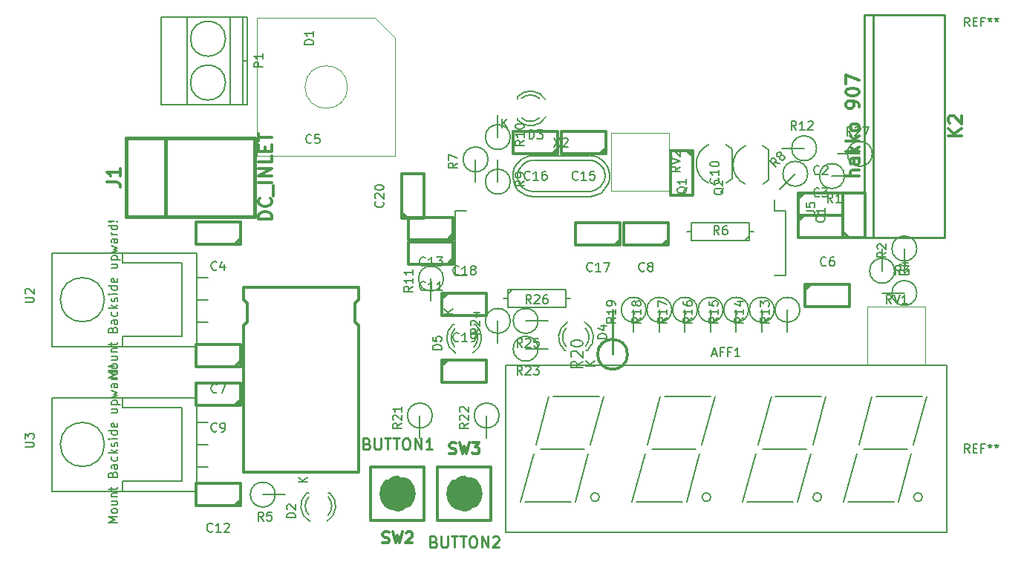
<source format=gbr>
G04 #@! TF.FileFunction,Legend,Top*
%FSLAX46Y46*%
G04 Gerber Fmt 4.6, Leading zero omitted, Abs format (unit mm)*
G04 Created by KiCad (PCBNEW 4.0.2-4+6225~38~ubuntu14.04.1-stable) date Thu 07 Apr 2016 12:32:57 PM ICT*
%MOMM*%
G01*
G04 APERTURE LIST*
%ADD10C,0.100000*%
%ADD11C,0.150000*%
%ADD12C,0.381000*%
%ADD13C,0.254000*%
%ADD14C,0.304800*%
%ADD15C,0.300000*%
%ADD16C,2.540000*%
%ADD17C,0.203200*%
%ADD18C,0.317500*%
G04 APERTURE END LIST*
D10*
D11*
X197235000Y-134595000D02*
X146935000Y-134595000D01*
X146935000Y-134595000D02*
X146935000Y-115595000D01*
X146935000Y-115595000D02*
X197235000Y-115595000D01*
X197235000Y-115595000D02*
X197235000Y-134595000D01*
X187715000Y-125095000D02*
X192715000Y-125095000D01*
X185965000Y-131095000D02*
X191215000Y-131095000D01*
X193465000Y-124595000D02*
X194965000Y-119095000D01*
X191715000Y-131095000D02*
X193215000Y-125595000D01*
X187215000Y-124595000D02*
X188715000Y-119095000D01*
X185465000Y-131095000D02*
X186965000Y-125595000D01*
X189215000Y-119095000D02*
X194465000Y-119095000D01*
X150885000Y-125095000D02*
X155885000Y-125095000D01*
X149135000Y-131095000D02*
X154385000Y-131095000D01*
X156635000Y-124595000D02*
X158135000Y-119095000D01*
X154885000Y-131095000D02*
X156385000Y-125595000D01*
X150385000Y-124595000D02*
X151885000Y-119095000D01*
X148635000Y-131095000D02*
X150135000Y-125595000D01*
X152385000Y-119095000D02*
X157635000Y-119095000D01*
X165085000Y-119095000D02*
X170335000Y-119095000D01*
X161335000Y-131095000D02*
X162835000Y-125595000D01*
X163085000Y-124595000D02*
X164585000Y-119095000D01*
X167585000Y-131095000D02*
X169085000Y-125595000D01*
X169335000Y-124595000D02*
X170835000Y-119095000D01*
X161835000Y-131095000D02*
X167085000Y-131095000D01*
X163585000Y-125095000D02*
X168585000Y-125095000D01*
X181970000Y-124595000D02*
X183470000Y-119095000D01*
X177720000Y-119095000D02*
X182970000Y-119095000D01*
X175720000Y-124595000D02*
X177220000Y-119095000D01*
X176220000Y-125095000D02*
X181220000Y-125095000D01*
X174470000Y-131095000D02*
X179720000Y-131095000D01*
X173970000Y-131095000D02*
X175470000Y-125595000D01*
X180220000Y-131095000D02*
X181720000Y-125595000D01*
X194465000Y-130595000D02*
G75*
G03X194465000Y-130595000I-500000J0D01*
G01*
X157635000Y-130595000D02*
G75*
G03X157635000Y-130595000I-500000J0D01*
G01*
X182970000Y-130595000D02*
G75*
G03X182970000Y-130595000I-500000J0D01*
G01*
X170335000Y-130595000D02*
G75*
G03X170335000Y-130595000I-500000J0D01*
G01*
D12*
X108198920Y-89606120D02*
X108198920Y-98607880D01*
X103698040Y-89606120D02*
X103698040Y-98607880D01*
X103698040Y-98607880D02*
X118297960Y-98607880D01*
X118297960Y-98607880D02*
X118297960Y-89606120D01*
X118297960Y-89606120D02*
X103698040Y-89606120D01*
D10*
X188214000Y-108839000D02*
X194818000Y-108839000D01*
X194818000Y-108839000D02*
X194818000Y-115443000D01*
X194818000Y-115443000D02*
X188214000Y-115443000D01*
X188214000Y-115443000D02*
X188214000Y-108839000D01*
X165608000Y-89027000D02*
X165608000Y-95631000D01*
X165608000Y-95631000D02*
X159004000Y-95631000D01*
X159004000Y-95631000D02*
X159004000Y-89027000D01*
X159004000Y-89027000D02*
X165608000Y-89027000D01*
X132080000Y-75946000D02*
X134366000Y-78232000D01*
X134366000Y-78232000D02*
X134366000Y-91694000D01*
X134366000Y-91694000D02*
X118618000Y-91694000D01*
X118618000Y-91694000D02*
X118618000Y-75946000D01*
X118618000Y-75946000D02*
X132080000Y-75946000D01*
X128918332Y-83820000D02*
G75*
G03X128918332Y-83820000I-2426332J0D01*
G01*
D13*
X196977000Y-100965000D02*
X196977000Y-100711000D01*
X187833000Y-100965000D02*
X187833000Y-100711000D01*
X188849000Y-100965000D02*
X188849000Y-100711000D01*
X187833000Y-100711000D02*
X187833000Y-75565000D01*
X196977000Y-75565000D02*
X196977000Y-100711000D01*
X188849000Y-100711000D02*
X188849000Y-75565000D01*
X196977000Y-100965000D02*
X187833000Y-100965000D01*
X187833000Y-75565000D02*
X188849000Y-75565000D01*
X196977000Y-75565000D02*
X196215000Y-75565000D01*
X188595000Y-75565000D02*
X196215000Y-75565000D01*
D11*
X157988000Y-92979240D02*
X158188660Y-93380560D01*
X158188660Y-93380560D02*
X158290260Y-93980000D01*
X158290260Y-93980000D02*
X158188660Y-94480380D01*
X158188660Y-94480380D02*
X157789880Y-95178880D01*
X157789880Y-95178880D02*
X157187900Y-95580200D01*
X157187900Y-95580200D02*
X156588460Y-95780860D01*
X156588460Y-95780860D02*
X149989540Y-95780860D01*
X149989540Y-95780860D02*
X149288500Y-95580200D01*
X149288500Y-95580200D02*
X148889720Y-95280480D01*
X148889720Y-95280480D02*
X148488400Y-94780100D01*
X148488400Y-94780100D02*
X148287740Y-94180660D01*
X148287740Y-94180660D02*
X148287740Y-93680280D01*
X148287740Y-93680280D02*
X148488400Y-93179900D01*
X148488400Y-93179900D02*
X148988780Y-92580460D01*
X148988780Y-92580460D02*
X149489160Y-92280740D01*
X149489160Y-92280740D02*
X149989540Y-92179140D01*
X150088600Y-92179140D02*
X156690060Y-92179140D01*
X156690060Y-92179140D02*
X157088840Y-92280740D01*
X157088840Y-92280740D02*
X157589220Y-92580460D01*
X157589220Y-92580460D02*
X158089600Y-93080840D01*
X150098760Y-91650820D02*
X149639020Y-91699080D01*
X149639020Y-91699080D02*
X149240240Y-91810840D01*
X149240240Y-91810840D02*
X148808440Y-92029280D01*
X148808440Y-92029280D02*
X148518880Y-92260420D01*
X148518880Y-92260420D02*
X148188680Y-92610940D01*
X148188680Y-92610940D02*
X147899120Y-93149420D01*
X147899120Y-93149420D02*
X147769580Y-93748860D01*
X147769580Y-93748860D02*
X147769580Y-94259400D01*
X147769580Y-94259400D02*
X147939760Y-94960440D01*
X147939760Y-94960440D02*
X148338540Y-95549720D01*
X148338540Y-95549720D02*
X148798280Y-95920560D01*
X148798280Y-95920560D02*
X149219920Y-96128840D01*
X149219920Y-96128840D02*
X149669500Y-96288860D01*
X149669500Y-96288860D02*
X150108920Y-96319340D01*
X157449520Y-96100900D02*
X157827980Y-95879920D01*
X157827980Y-95879920D02*
X158148020Y-95600520D01*
X158148020Y-95600520D02*
X158399480Y-95270320D01*
X158399480Y-95270320D02*
X158699200Y-94719140D01*
X158699200Y-94719140D02*
X158808420Y-94249240D01*
X158808420Y-94249240D02*
X158828740Y-93789500D01*
X158828740Y-93789500D02*
X158739840Y-93329760D01*
X158739840Y-93329760D02*
X158549340Y-92880180D01*
X158549340Y-92880180D02*
X158188660Y-92410280D01*
X158188660Y-92410280D02*
X157838140Y-92090240D01*
X157838140Y-92090240D02*
X157449520Y-91859100D01*
X157449520Y-91859100D02*
X157020260Y-91719400D01*
X157020260Y-91719400D02*
X156578300Y-91650820D01*
X150088600Y-96309180D02*
X156540200Y-96309180D01*
X156540200Y-96309180D02*
X156959300Y-96271080D01*
X156959300Y-96271080D02*
X157449520Y-96100900D01*
X150088600Y-91650820D02*
X156540200Y-91650820D01*
X178825000Y-97925000D02*
X177555000Y-97925000D01*
X178825000Y-105275000D02*
X177555000Y-105275000D01*
X141215000Y-105275000D02*
X142485000Y-105275000D01*
X141215000Y-97925000D02*
X142485000Y-97925000D01*
X178825000Y-97925000D02*
X178825000Y-105275000D01*
X141215000Y-97925000D02*
X141215000Y-105275000D01*
X177555000Y-97925000D02*
X177555000Y-96640000D01*
X117003000Y-80812000D02*
X117503000Y-80812000D01*
X115003000Y-78312000D02*
G75*
G03X115003000Y-78312000I-2000000J0D01*
G01*
X115003000Y-83312000D02*
G75*
G03X115003000Y-83312000I-2000000J0D01*
G01*
X115503000Y-85812000D02*
X115503000Y-75812000D01*
X110603000Y-85812000D02*
X110603000Y-75812000D01*
X117003000Y-85812000D02*
X117003000Y-75812000D01*
X117503000Y-85812000D02*
X117503000Y-75812000D01*
X117503000Y-75812000D02*
X107703000Y-75812000D01*
X107703000Y-75812000D02*
X107703000Y-85812000D01*
X107703000Y-85812000D02*
X117503000Y-85812000D01*
X140926000Y-110926000D02*
X141126000Y-110926000D01*
X143520000Y-110926000D02*
X143340000Y-110926000D01*
X143209643Y-114153744D02*
G75*
G03X143526000Y-110926000I-1003643J1727744D01*
G01*
X143339068Y-113478006D02*
G75*
G03X143340000Y-111375000I-1133068J1052006D01*
G01*
X140899274Y-110938780D02*
G75*
G03X141246000Y-114176000I1306726J-1497220D01*
G01*
X141126747Y-111412111D02*
G75*
G03X141146000Y-113460000I1079253J-1013889D01*
G01*
X156254000Y-113864000D02*
X156054000Y-113864000D01*
X153660000Y-113864000D02*
X153840000Y-113864000D01*
X153970357Y-110636256D02*
G75*
G03X153654000Y-113864000I1003643J-1727744D01*
G01*
X153840932Y-111311994D02*
G75*
G03X153840000Y-113415000I1133068J-1052006D01*
G01*
X156280726Y-113851220D02*
G75*
G03X155934000Y-110614000I-1306726J1497220D01*
G01*
X156053253Y-113377889D02*
G75*
G03X156034000Y-111330000I-1079253J1013889D01*
G01*
X148264000Y-87547000D02*
X148264000Y-87347000D01*
X148264000Y-84953000D02*
X148264000Y-85133000D01*
X151491744Y-85263357D02*
G75*
G03X148264000Y-84947000I-1727744J-1003643D01*
G01*
X150816006Y-85133932D02*
G75*
G03X148713000Y-85133000I-1052006J-1133068D01*
G01*
X148276780Y-87573726D02*
G75*
G03X151514000Y-87227000I1497220J1306726D01*
G01*
X148750111Y-87346253D02*
G75*
G03X150798000Y-87327000I1013889J1079253D01*
G01*
X124289000Y-130103000D02*
X124489000Y-130103000D01*
X126883000Y-130103000D02*
X126703000Y-130103000D01*
X126572643Y-133330744D02*
G75*
G03X126889000Y-130103000I-1003643J1727744D01*
G01*
X126702068Y-132655006D02*
G75*
G03X126703000Y-130552000I-1133068J1052006D01*
G01*
X124262274Y-130115780D02*
G75*
G03X124609000Y-133353000I1306726J-1497220D01*
G01*
X124489747Y-130589111D02*
G75*
G03X124509000Y-132637000I1079253J-1013889D01*
G01*
D14*
X135128000Y-98755200D02*
X135128000Y-93726000D01*
X135128000Y-93726000D02*
X137668000Y-93726000D01*
X137668000Y-93726000D02*
X137668000Y-98806000D01*
X137668000Y-98806000D02*
X135128000Y-98806000D01*
X135763000Y-98806000D02*
X135128000Y-98171000D01*
X139750800Y-114935000D02*
X144780000Y-114935000D01*
X144780000Y-114935000D02*
X144780000Y-117475000D01*
X144780000Y-117475000D02*
X139700000Y-117475000D01*
X139700000Y-117475000D02*
X139700000Y-114935000D01*
X139700000Y-115570000D02*
X140335000Y-114935000D01*
X139750800Y-107315000D02*
X144780000Y-107315000D01*
X144780000Y-107315000D02*
X144780000Y-109855000D01*
X144780000Y-109855000D02*
X139700000Y-109855000D01*
X139700000Y-109855000D02*
X139700000Y-107315000D01*
X139700000Y-107950000D02*
X140335000Y-107315000D01*
X159969200Y-101854000D02*
X154940000Y-101854000D01*
X154940000Y-101854000D02*
X154940000Y-99314000D01*
X154940000Y-99314000D02*
X160020000Y-99314000D01*
X160020000Y-99314000D02*
X160020000Y-101854000D01*
X160020000Y-101219000D02*
X159385000Y-101854000D01*
X152857200Y-91440000D02*
X147828000Y-91440000D01*
X147828000Y-91440000D02*
X147828000Y-88900000D01*
X147828000Y-88900000D02*
X152908000Y-88900000D01*
X152908000Y-88900000D02*
X152908000Y-91440000D01*
X152908000Y-90805000D02*
X152273000Y-91440000D01*
X158318200Y-91440000D02*
X153289000Y-91440000D01*
X153289000Y-91440000D02*
X153289000Y-88900000D01*
X153289000Y-88900000D02*
X158369000Y-88900000D01*
X158369000Y-88900000D02*
X158369000Y-91440000D01*
X158369000Y-90805000D02*
X157734000Y-91440000D01*
X140919200Y-101219000D02*
X135890000Y-101219000D01*
X135890000Y-101219000D02*
X135890000Y-98679000D01*
X135890000Y-98679000D02*
X140970000Y-98679000D01*
X140970000Y-98679000D02*
X140970000Y-101219000D01*
X140970000Y-100584000D02*
X140335000Y-101219000D01*
X116662200Y-131572000D02*
X111633000Y-131572000D01*
X111633000Y-131572000D02*
X111633000Y-129032000D01*
X111633000Y-129032000D02*
X116713000Y-129032000D01*
X116713000Y-129032000D02*
X116713000Y-131572000D01*
X116713000Y-130937000D02*
X116078000Y-131572000D01*
X140919200Y-104013000D02*
X135890000Y-104013000D01*
X135890000Y-104013000D02*
X135890000Y-101473000D01*
X135890000Y-101473000D02*
X140970000Y-101473000D01*
X140970000Y-101473000D02*
X140970000Y-104013000D01*
X140970000Y-103378000D02*
X140335000Y-104013000D01*
X168275000Y-91109800D02*
X168275000Y-96139000D01*
X168275000Y-96139000D02*
X165735000Y-96139000D01*
X165735000Y-96139000D02*
X165735000Y-91059000D01*
X165735000Y-91059000D02*
X168275000Y-91059000D01*
X167640000Y-91059000D02*
X168275000Y-91694000D01*
X116662200Y-120142000D02*
X111633000Y-120142000D01*
X111633000Y-120142000D02*
X111633000Y-117602000D01*
X111633000Y-117602000D02*
X116713000Y-117602000D01*
X116713000Y-117602000D02*
X116713000Y-120142000D01*
X116713000Y-119507000D02*
X116078000Y-120142000D01*
X165430200Y-101854000D02*
X160401000Y-101854000D01*
X160401000Y-101854000D02*
X160401000Y-99314000D01*
X160401000Y-99314000D02*
X165481000Y-99314000D01*
X165481000Y-99314000D02*
X165481000Y-101854000D01*
X165481000Y-101219000D02*
X164846000Y-101854000D01*
X116662200Y-115697000D02*
X111633000Y-115697000D01*
X111633000Y-115697000D02*
X111633000Y-113157000D01*
X111633000Y-113157000D02*
X116713000Y-113157000D01*
X116713000Y-113157000D02*
X116713000Y-115697000D01*
X116713000Y-115062000D02*
X116078000Y-115697000D01*
X181152800Y-106299000D02*
X186182000Y-106299000D01*
X186182000Y-106299000D02*
X186182000Y-108839000D01*
X186182000Y-108839000D02*
X181102000Y-108839000D01*
X181102000Y-108839000D02*
X181102000Y-106299000D01*
X181102000Y-106934000D02*
X181737000Y-106299000D01*
X116662200Y-101727000D02*
X111633000Y-101727000D01*
X111633000Y-101727000D02*
X111633000Y-99187000D01*
X111633000Y-99187000D02*
X116713000Y-99187000D01*
X116713000Y-99187000D02*
X116713000Y-101727000D01*
X116713000Y-101092000D02*
X116078000Y-101727000D01*
X180390800Y-98425000D02*
X185420000Y-98425000D01*
X185420000Y-98425000D02*
X185420000Y-100965000D01*
X185420000Y-100965000D02*
X180340000Y-100965000D01*
X180340000Y-100965000D02*
X180340000Y-98425000D01*
X180340000Y-99060000D02*
X180975000Y-98425000D01*
X180390800Y-95885000D02*
X185420000Y-95885000D01*
X185420000Y-95885000D02*
X185420000Y-98425000D01*
X185420000Y-98425000D02*
X180340000Y-98425000D01*
X180340000Y-98425000D02*
X180340000Y-95885000D01*
X180340000Y-96520000D02*
X180975000Y-95885000D01*
X185420000Y-100914200D02*
X185420000Y-95885000D01*
X185420000Y-95885000D02*
X187960000Y-95885000D01*
X187960000Y-95885000D02*
X187960000Y-100965000D01*
X187960000Y-100965000D02*
X185420000Y-100965000D01*
X186055000Y-100965000D02*
X185420000Y-100330000D01*
D11*
X175260000Y-100330000D02*
X174752000Y-100330000D01*
X167640000Y-100330000D02*
X168148000Y-100330000D01*
X168148000Y-100330000D02*
X168148000Y-101346000D01*
X168148000Y-101346000D02*
X174752000Y-101346000D01*
X174752000Y-101346000D02*
X174752000Y-99314000D01*
X174752000Y-99314000D02*
X168148000Y-99314000D01*
X168148000Y-99314000D02*
X168148000Y-100330000D01*
X174752000Y-100838000D02*
X174244000Y-101346000D01*
X111760000Y-110617000D02*
X113030000Y-110617000D01*
X111760000Y-108077000D02*
X113030000Y-108077000D01*
X111760000Y-105537000D02*
X113030000Y-105537000D01*
X103225600Y-103911400D02*
X103225600Y-102717600D01*
X103251000Y-112268000D02*
X103251000Y-113411000D01*
X110032800Y-112268000D02*
X103276400Y-112268000D01*
X103251000Y-103911400D02*
X110032800Y-103911400D01*
X110032800Y-103911400D02*
X110032800Y-112242600D01*
X101193472Y-108077000D02*
G75*
G03X101193472Y-108077000I-2514472J0D01*
G01*
X103251000Y-102743000D02*
X95250000Y-102743000D01*
X95250000Y-102743000D02*
X95250000Y-113411000D01*
X95250000Y-113411000D02*
X103251000Y-113411000D01*
X111760000Y-102743000D02*
X103251000Y-102743000D01*
X103251000Y-113411000D02*
X111760000Y-113411000D01*
X111760000Y-108077000D02*
X111760000Y-113411000D01*
X111760000Y-108077000D02*
X111760000Y-102743000D01*
X111760000Y-127127000D02*
X113030000Y-127127000D01*
X111760000Y-124587000D02*
X113030000Y-124587000D01*
X111760000Y-122047000D02*
X113030000Y-122047000D01*
X103225600Y-120421400D02*
X103225600Y-119227600D01*
X103251000Y-128778000D02*
X103251000Y-129921000D01*
X110032800Y-128778000D02*
X103276400Y-128778000D01*
X103251000Y-120421400D02*
X110032800Y-120421400D01*
X110032800Y-120421400D02*
X110032800Y-128752600D01*
X101193472Y-124587000D02*
G75*
G03X101193472Y-124587000I-2514472J0D01*
G01*
X103251000Y-119253000D02*
X95250000Y-119253000D01*
X95250000Y-119253000D02*
X95250000Y-129921000D01*
X95250000Y-129921000D02*
X103251000Y-129921000D01*
X111760000Y-119253000D02*
X103251000Y-119253000D01*
X103251000Y-129921000D02*
X111760000Y-129921000D01*
X111760000Y-124587000D02*
X111760000Y-129921000D01*
X111760000Y-124587000D02*
X111760000Y-119253000D01*
D15*
X130175000Y-108077000D02*
X129794000Y-108458000D01*
X129794000Y-108458000D02*
X129794000Y-110617000D01*
X129794000Y-110617000D02*
X130175000Y-110998000D01*
X117094000Y-108077000D02*
X117475000Y-108458000D01*
X117475000Y-108458000D02*
X117475000Y-110617000D01*
X117475000Y-110617000D02*
X117094000Y-110998000D01*
X130175000Y-108077000D02*
X130175000Y-106680000D01*
X117094000Y-110998000D02*
X117094000Y-127762000D01*
X117094000Y-127762000D02*
X130175000Y-127762000D01*
X130175000Y-127762000D02*
X130175000Y-110998000D01*
X117094000Y-106680000D02*
X117094000Y-108077000D01*
D10*
X129794000Y-110617000D02*
X130175000Y-110998000D01*
X129794000Y-108458000D02*
X129794000Y-110617000D01*
X130175000Y-108077000D02*
X129794000Y-108458000D01*
X117094000Y-108077000D02*
X117475000Y-108458000D01*
X117475000Y-108458000D02*
X117475000Y-110617000D01*
X117475000Y-110617000D02*
X117094000Y-110998000D01*
D15*
X117094000Y-106680000D02*
X130175000Y-106680000D01*
D10*
X130175000Y-127762000D02*
X117094000Y-127762000D01*
D14*
X137668000Y-133223000D02*
X131572000Y-133223000D01*
X131572000Y-133223000D02*
X131572000Y-127127000D01*
X131572000Y-127127000D02*
X137668000Y-127127000D01*
X137668000Y-127127000D02*
X137668000Y-133223000D01*
D16*
X135423219Y-130175000D02*
G75*
G03X135423219Y-130175000I-803219J0D01*
G01*
D14*
X139192000Y-127127000D02*
X145288000Y-127127000D01*
X145288000Y-127127000D02*
X145288000Y-133223000D01*
X145288000Y-133223000D02*
X139192000Y-133223000D01*
X139192000Y-133223000D02*
X139192000Y-127127000D01*
D16*
X143043219Y-130175000D02*
G75*
G03X143043219Y-130175000I-803219J0D01*
G01*
D11*
X146685000Y-107950000D02*
X147193000Y-107950000D01*
X154305000Y-107950000D02*
X153797000Y-107950000D01*
X153797000Y-107950000D02*
X153797000Y-106934000D01*
X153797000Y-106934000D02*
X147193000Y-106934000D01*
X147193000Y-106934000D02*
X147193000Y-108966000D01*
X147193000Y-108966000D02*
X153797000Y-108966000D01*
X153797000Y-108966000D02*
X153797000Y-107950000D01*
X147193000Y-107442000D02*
X147701000Y-106934000D01*
X176256990Y-94897695D02*
G75*
G03X176960000Y-94410000I-996990J2187695D01*
G01*
X176256990Y-90522305D02*
G75*
G02X176960000Y-91010000I-996990J-2187695D01*
G01*
X176960000Y-94410000D02*
X176960000Y-91010000D01*
X174266873Y-94894879D02*
G75*
G02X172860000Y-92710000I993127J2184879D01*
G01*
X174266873Y-90525121D02*
G75*
G03X172860000Y-92710000I993127J-2184879D01*
G01*
X172065990Y-94770695D02*
G75*
G03X172769000Y-94283000I-996990J2187695D01*
G01*
X172065990Y-90395305D02*
G75*
G02X172769000Y-90883000I-996990J-2187695D01*
G01*
X172769000Y-94283000D02*
X172769000Y-90883000D01*
X170075873Y-94767879D02*
G75*
G02X168669000Y-92583000I993127J2184879D01*
G01*
X170075873Y-90398121D02*
G75*
G03X168669000Y-92583000I993127J-2184879D01*
G01*
X138430000Y-105664000D02*
X138430000Y-108204000D01*
X139849903Y-105664000D02*
G75*
G03X139849903Y-105664000I-1419903J0D01*
G01*
X187325000Y-91440000D02*
X184785000Y-91440000D01*
X188744903Y-91440000D02*
G75*
G03X188744903Y-91440000I-1419903J0D01*
G01*
X149225000Y-110490000D02*
X151765000Y-110490000D01*
X150644903Y-110490000D02*
G75*
G03X150644903Y-110490000I-1419903J0D01*
G01*
X146050000Y-110490000D02*
X146050000Y-113030000D01*
X147469903Y-110490000D02*
G75*
G03X147469903Y-110490000I-1419903J0D01*
G01*
X149225000Y-113665000D02*
X151765000Y-113665000D01*
X150644903Y-113665000D02*
G75*
G03X150644903Y-113665000I-1419903J0D01*
G01*
X144780000Y-121285000D02*
X144780000Y-123825000D01*
X146199903Y-121285000D02*
G75*
G03X146199903Y-121285000I-1419903J0D01*
G01*
X137160000Y-121285000D02*
X137160000Y-123825000D01*
X138579903Y-121285000D02*
G75*
G03X138579903Y-121285000I-1419903J0D01*
G01*
X161544000Y-109220000D02*
X161544000Y-111760000D01*
X162963903Y-109220000D02*
G75*
G03X162963903Y-109220000I-1419903J0D01*
G01*
X164465000Y-109220000D02*
X164465000Y-111760000D01*
X165884903Y-109220000D02*
G75*
G03X165884903Y-109220000I-1419903J0D01*
G01*
X167386000Y-109220000D02*
X167386000Y-111760000D01*
X168805903Y-109220000D02*
G75*
G03X168805903Y-109220000I-1419903J0D01*
G01*
X170307000Y-109220000D02*
X170307000Y-111760000D01*
X171726903Y-109220000D02*
G75*
G03X171726903Y-109220000I-1419903J0D01*
G01*
X173228000Y-109220000D02*
X173228000Y-111760000D01*
X174647903Y-109220000D02*
G75*
G03X174647903Y-109220000I-1419903J0D01*
G01*
X176149000Y-109220000D02*
X176149000Y-111760000D01*
X177568903Y-109220000D02*
G75*
G03X177568903Y-109220000I-1419903J0D01*
G01*
X179070000Y-109220000D02*
X179070000Y-111760000D01*
X180489903Y-109220000D02*
G75*
G03X180489903Y-109220000I-1419903J0D01*
G01*
X180975000Y-90805000D02*
X178435000Y-90805000D01*
X182394903Y-90805000D02*
G75*
G03X182394903Y-90805000I-1419903J0D01*
G01*
X146050000Y-94615000D02*
X146050000Y-92075000D01*
X147469903Y-94615000D02*
G75*
G03X147469903Y-94615000I-1419903J0D01*
G01*
X179968026Y-93716974D02*
X178171974Y-95513026D01*
X181387929Y-93716974D02*
G75*
G03X181387929Y-93716974I-1419903J0D01*
G01*
X143510000Y-92075000D02*
X143510000Y-94615000D01*
X144929903Y-92075000D02*
G75*
G03X144929903Y-92075000I-1419903J0D01*
G01*
X119253000Y-130302000D02*
X121793000Y-130302000D01*
X120672903Y-130302000D02*
G75*
G03X120672903Y-130302000I-1419903J0D01*
G01*
X189865000Y-104775000D02*
X189865000Y-102235000D01*
X191284903Y-104775000D02*
G75*
G03X191284903Y-104775000I-1419903J0D01*
G01*
X192405000Y-107315000D02*
X189865000Y-107315000D01*
X193824903Y-107315000D02*
G75*
G03X193824903Y-107315000I-1419903J0D01*
G01*
X192405000Y-102235000D02*
X192405000Y-104775000D01*
X193824903Y-102235000D02*
G75*
G03X193824903Y-102235000I-1419903J0D01*
G01*
X184150000Y-93980000D02*
X186690000Y-93980000D01*
X185569903Y-93980000D02*
G75*
G03X185569903Y-93980000I-1419903J0D01*
G01*
X146050000Y-89535000D02*
X146050000Y-86995000D01*
X147469903Y-89535000D02*
G75*
G03X147469903Y-89535000I-1419903J0D01*
G01*
D15*
X160834884Y-114300000D02*
G75*
G03X160834884Y-114300000I-1703884J0D01*
G01*
D13*
X159131000Y-114300000D02*
X159131000Y-109199680D01*
D11*
X199834667Y-125538381D02*
X199501333Y-125062190D01*
X199263238Y-125538381D02*
X199263238Y-124538381D01*
X199644191Y-124538381D01*
X199739429Y-124586000D01*
X199787048Y-124633619D01*
X199834667Y-124728857D01*
X199834667Y-124871714D01*
X199787048Y-124966952D01*
X199739429Y-125014571D01*
X199644191Y-125062190D01*
X199263238Y-125062190D01*
X200263238Y-125014571D02*
X200596572Y-125014571D01*
X200739429Y-125538381D02*
X200263238Y-125538381D01*
X200263238Y-124538381D01*
X200739429Y-124538381D01*
X201501334Y-125014571D02*
X201168000Y-125014571D01*
X201168000Y-125538381D02*
X201168000Y-124538381D01*
X201644191Y-124538381D01*
X202168000Y-124538381D02*
X202168000Y-124776476D01*
X201929905Y-124681238D02*
X202168000Y-124776476D01*
X202406096Y-124681238D01*
X202025143Y-124966952D02*
X202168000Y-124776476D01*
X202310858Y-124966952D01*
X202929905Y-124538381D02*
X202929905Y-124776476D01*
X202691810Y-124681238D02*
X202929905Y-124776476D01*
X203168001Y-124681238D01*
X202787048Y-124966952D02*
X202929905Y-124776476D01*
X203072763Y-124966952D01*
X170513571Y-114261667D02*
X170989762Y-114261667D01*
X170418333Y-114547381D02*
X170751666Y-113547381D01*
X171085000Y-114547381D01*
X171751667Y-114023571D02*
X171418333Y-114023571D01*
X171418333Y-114547381D02*
X171418333Y-113547381D01*
X171894524Y-113547381D01*
X172608810Y-114023571D02*
X172275476Y-114023571D01*
X172275476Y-114547381D02*
X172275476Y-113547381D01*
X172751667Y-113547381D01*
X173656429Y-114547381D02*
X173085000Y-114547381D01*
X173370714Y-114547381D02*
X173370714Y-113547381D01*
X173275476Y-113690238D01*
X173180238Y-113785476D01*
X173085000Y-113833095D01*
D14*
X101463929Y-94615000D02*
X102552500Y-94615000D01*
X102770214Y-94687572D01*
X102915357Y-94832715D01*
X102987929Y-95050429D01*
X102987929Y-95195572D01*
X102987929Y-93091000D02*
X102987929Y-93961857D01*
X102987929Y-93526429D02*
X101463929Y-93526429D01*
X101681643Y-93671572D01*
X101826786Y-93816714D01*
X101899357Y-93961857D01*
X120287869Y-98896714D02*
X118763869Y-98896714D01*
X118763869Y-98533857D01*
X118836440Y-98316142D01*
X118981583Y-98171000D01*
X119126726Y-98098428D01*
X119417011Y-98025857D01*
X119634726Y-98025857D01*
X119925011Y-98098428D01*
X120070154Y-98171000D01*
X120215297Y-98316142D01*
X120287869Y-98533857D01*
X120287869Y-98896714D01*
X120142726Y-96501857D02*
X120215297Y-96574428D01*
X120287869Y-96792142D01*
X120287869Y-96937285D01*
X120215297Y-97155000D01*
X120070154Y-97300142D01*
X119925011Y-97372714D01*
X119634726Y-97445285D01*
X119417011Y-97445285D01*
X119126726Y-97372714D01*
X118981583Y-97300142D01*
X118836440Y-97155000D01*
X118763869Y-96937285D01*
X118763869Y-96792142D01*
X118836440Y-96574428D01*
X118909011Y-96501857D01*
X120433011Y-96211571D02*
X120433011Y-95050428D01*
X120287869Y-94687571D02*
X118763869Y-94687571D01*
X120287869Y-93961857D02*
X118763869Y-93961857D01*
X120287869Y-93091000D01*
X118763869Y-93091000D01*
X120287869Y-91639572D02*
X120287869Y-92365286D01*
X118763869Y-92365286D01*
X119489583Y-91131572D02*
X119489583Y-90623572D01*
X120287869Y-90405858D02*
X120287869Y-91131572D01*
X118763869Y-91131572D01*
X118763869Y-90405858D01*
X118763869Y-89970429D02*
X118763869Y-89099572D01*
X120287869Y-89535001D02*
X118763869Y-89535001D01*
D11*
X190920762Y-108529381D02*
X190587428Y-108053190D01*
X190349333Y-108529381D02*
X190349333Y-107529381D01*
X190730286Y-107529381D01*
X190825524Y-107577000D01*
X190873143Y-107624619D01*
X190920762Y-107719857D01*
X190920762Y-107862714D01*
X190873143Y-107957952D01*
X190825524Y-108005571D01*
X190730286Y-108053190D01*
X190349333Y-108053190D01*
X191206476Y-107529381D02*
X191539809Y-108529381D01*
X191873143Y-107529381D01*
X192730286Y-108529381D02*
X192158857Y-108529381D01*
X192444571Y-108529381D02*
X192444571Y-107529381D01*
X192349333Y-107672238D01*
X192254095Y-107767476D01*
X192158857Y-107815095D01*
X166822381Y-92924238D02*
X166346190Y-93257572D01*
X166822381Y-93495667D02*
X165822381Y-93495667D01*
X165822381Y-93114714D01*
X165870000Y-93019476D01*
X165917619Y-92971857D01*
X166012857Y-92924238D01*
X166155714Y-92924238D01*
X166250952Y-92971857D01*
X166298571Y-93019476D01*
X166346190Y-93114714D01*
X166346190Y-93495667D01*
X165822381Y-92638524D02*
X166822381Y-92305191D01*
X165822381Y-91971857D01*
X165917619Y-91686143D02*
X165870000Y-91638524D01*
X165822381Y-91543286D01*
X165822381Y-91305190D01*
X165870000Y-91209952D01*
X165917619Y-91162333D01*
X166012857Y-91114714D01*
X166108095Y-91114714D01*
X166250952Y-91162333D01*
X166822381Y-91733762D01*
X166822381Y-91114714D01*
X125032381Y-78970095D02*
X124032381Y-78970095D01*
X124032381Y-78732000D01*
X124080000Y-78589142D01*
X124175238Y-78493904D01*
X124270476Y-78446285D01*
X124460952Y-78398666D01*
X124603810Y-78398666D01*
X124794286Y-78446285D01*
X124889524Y-78493904D01*
X124984762Y-78589142D01*
X125032381Y-78732000D01*
X125032381Y-78970095D01*
X125032381Y-77446285D02*
X125032381Y-78017714D01*
X125032381Y-77732000D02*
X124032381Y-77732000D01*
X124175238Y-77827238D01*
X124270476Y-77922476D01*
X124318095Y-78017714D01*
D14*
X198936429Y-89389857D02*
X197412429Y-89389857D01*
X198936429Y-88519000D02*
X198065571Y-89172143D01*
X197412429Y-88519000D02*
X198283286Y-89389857D01*
X197557571Y-87938428D02*
X197485000Y-87865857D01*
X197412429Y-87720714D01*
X197412429Y-87357857D01*
X197485000Y-87212714D01*
X197557571Y-87140143D01*
X197702714Y-87067571D01*
X197847857Y-87067571D01*
X198065571Y-87140143D01*
X198936429Y-88011000D01*
X198936429Y-87067571D01*
X187252429Y-93961857D02*
X185728429Y-93961857D01*
X187252429Y-93308714D02*
X186454143Y-93308714D01*
X186309000Y-93381285D01*
X186236429Y-93526428D01*
X186236429Y-93744143D01*
X186309000Y-93889285D01*
X186381571Y-93961857D01*
X187252429Y-91929857D02*
X186454143Y-91929857D01*
X186309000Y-92002428D01*
X186236429Y-92147571D01*
X186236429Y-92437857D01*
X186309000Y-92583000D01*
X187179857Y-91929857D02*
X187252429Y-92075000D01*
X187252429Y-92437857D01*
X187179857Y-92583000D01*
X187034714Y-92655571D01*
X186889571Y-92655571D01*
X186744429Y-92583000D01*
X186671857Y-92437857D01*
X186671857Y-92075000D01*
X186599286Y-91929857D01*
X187252429Y-91204143D02*
X185728429Y-91204143D01*
X186671857Y-91059000D02*
X187252429Y-90623571D01*
X186236429Y-90623571D02*
X186817000Y-91204143D01*
X187252429Y-89970429D02*
X185728429Y-89970429D01*
X186671857Y-89825286D02*
X187252429Y-89389857D01*
X186236429Y-89389857D02*
X186817000Y-89970429D01*
X187252429Y-88519001D02*
X187179857Y-88664143D01*
X187107286Y-88736715D01*
X186962143Y-88809286D01*
X186526714Y-88809286D01*
X186381571Y-88736715D01*
X186309000Y-88664143D01*
X186236429Y-88519001D01*
X186236429Y-88301286D01*
X186309000Y-88156143D01*
X186381571Y-88083572D01*
X186526714Y-88011001D01*
X186962143Y-88011001D01*
X187107286Y-88083572D01*
X187179857Y-88156143D01*
X187252429Y-88301286D01*
X187252429Y-88519001D01*
X187252429Y-86124143D02*
X187252429Y-85833858D01*
X187179857Y-85688715D01*
X187107286Y-85616143D01*
X186889571Y-85471001D01*
X186599286Y-85398429D01*
X186018714Y-85398429D01*
X185873571Y-85471001D01*
X185801000Y-85543572D01*
X185728429Y-85688715D01*
X185728429Y-85979001D01*
X185801000Y-86124143D01*
X185873571Y-86196715D01*
X186018714Y-86269286D01*
X186381571Y-86269286D01*
X186526714Y-86196715D01*
X186599286Y-86124143D01*
X186671857Y-85979001D01*
X186671857Y-85688715D01*
X186599286Y-85543572D01*
X186526714Y-85471001D01*
X186381571Y-85398429D01*
X185728429Y-84455000D02*
X185728429Y-84309857D01*
X185801000Y-84164714D01*
X185873571Y-84092143D01*
X186018714Y-84019572D01*
X186309000Y-83947000D01*
X186671857Y-83947000D01*
X186962143Y-84019572D01*
X187107286Y-84092143D01*
X187179857Y-84164714D01*
X187252429Y-84309857D01*
X187252429Y-84455000D01*
X187179857Y-84600143D01*
X187107286Y-84672714D01*
X186962143Y-84745286D01*
X186671857Y-84817857D01*
X186309000Y-84817857D01*
X186018714Y-84745286D01*
X185873571Y-84672714D01*
X185801000Y-84600143D01*
X185728429Y-84455000D01*
X185728429Y-83439000D02*
X185728429Y-82423000D01*
X187252429Y-83076143D01*
D11*
X152479476Y-89622381D02*
X153146143Y-90622381D01*
X153146143Y-89622381D02*
X152479476Y-90622381D01*
X153479476Y-89717619D02*
X153527095Y-89670000D01*
X153622333Y-89622381D01*
X153860429Y-89622381D01*
X153955667Y-89670000D01*
X154003286Y-89717619D01*
X154050905Y-89812857D01*
X154050905Y-89908095D01*
X154003286Y-90050952D01*
X153431857Y-90622381D01*
X154050905Y-90622381D01*
X181202381Y-98551905D02*
X182011905Y-98551905D01*
X182107143Y-98504286D01*
X182154762Y-98456667D01*
X182202381Y-98361429D01*
X182202381Y-98170952D01*
X182154762Y-98075714D01*
X182107143Y-98028095D01*
X182011905Y-97980476D01*
X181202381Y-97980476D01*
X181202381Y-97028095D02*
X181202381Y-97504286D01*
X181678571Y-97551905D01*
X181630952Y-97504286D01*
X181583333Y-97409048D01*
X181583333Y-97170952D01*
X181630952Y-97075714D01*
X181678571Y-97028095D01*
X181773810Y-96980476D01*
X182011905Y-96980476D01*
X182107143Y-97028095D01*
X182154762Y-97075714D01*
X182202381Y-97170952D01*
X182202381Y-97409048D01*
X182154762Y-97504286D01*
X182107143Y-97551905D01*
X119255381Y-81550095D02*
X118255381Y-81550095D01*
X118255381Y-81169142D01*
X118303000Y-81073904D01*
X118350619Y-81026285D01*
X118445857Y-80978666D01*
X118588714Y-80978666D01*
X118683952Y-81026285D01*
X118731571Y-81073904D01*
X118779190Y-81169142D01*
X118779190Y-81550095D01*
X119255381Y-80026285D02*
X119255381Y-80597714D01*
X119255381Y-80312000D02*
X118255381Y-80312000D01*
X118398238Y-80407238D01*
X118493476Y-80502476D01*
X118541095Y-80597714D01*
X139632381Y-113773095D02*
X138632381Y-113773095D01*
X138632381Y-113535000D01*
X138680000Y-113392142D01*
X138775238Y-113296904D01*
X138870476Y-113249285D01*
X139060952Y-113201666D01*
X139203810Y-113201666D01*
X139394286Y-113249285D01*
X139489524Y-113296904D01*
X139584762Y-113392142D01*
X139632381Y-113535000D01*
X139632381Y-113773095D01*
X138632381Y-112296904D02*
X138632381Y-112773095D01*
X139108571Y-112820714D01*
X139060952Y-112773095D01*
X139013333Y-112677857D01*
X139013333Y-112439761D01*
X139060952Y-112344523D01*
X139108571Y-112296904D01*
X139203810Y-112249285D01*
X139441905Y-112249285D01*
X139537143Y-112296904D01*
X139584762Y-112344523D01*
X139632381Y-112439761D01*
X139632381Y-112677857D01*
X139584762Y-112773095D01*
X139537143Y-112820714D01*
X140952381Y-109696905D02*
X139952381Y-109696905D01*
X140952381Y-109125476D02*
X140380952Y-109554048D01*
X139952381Y-109125476D02*
X140523810Y-109696905D01*
X158452381Y-112493095D02*
X157452381Y-112493095D01*
X157452381Y-112255000D01*
X157500000Y-112112142D01*
X157595238Y-112016904D01*
X157690476Y-111969285D01*
X157880952Y-111921666D01*
X158023810Y-111921666D01*
X158214286Y-111969285D01*
X158309524Y-112016904D01*
X158404762Y-112112142D01*
X158452381Y-112255000D01*
X158452381Y-112493095D01*
X157785714Y-111064523D02*
X158452381Y-111064523D01*
X157404762Y-111302619D02*
X158119048Y-111540714D01*
X158119048Y-110921666D01*
X157132381Y-115616905D02*
X156132381Y-115616905D01*
X157132381Y-115045476D02*
X156560952Y-115474048D01*
X156132381Y-115045476D02*
X156703810Y-115616905D01*
X149634905Y-89745381D02*
X149634905Y-88745381D01*
X149873000Y-88745381D01*
X150015858Y-88793000D01*
X150111096Y-88888238D01*
X150158715Y-88983476D01*
X150206334Y-89173952D01*
X150206334Y-89316810D01*
X150158715Y-89507286D01*
X150111096Y-89602524D01*
X150015858Y-89697762D01*
X149873000Y-89745381D01*
X149634905Y-89745381D01*
X150539667Y-88745381D02*
X151158715Y-88745381D01*
X150825381Y-89126333D01*
X150968239Y-89126333D01*
X151063477Y-89173952D01*
X151111096Y-89221571D01*
X151158715Y-89316810D01*
X151158715Y-89554905D01*
X151111096Y-89650143D01*
X151063477Y-89697762D01*
X150968239Y-89745381D01*
X150682524Y-89745381D01*
X150587286Y-89697762D01*
X150539667Y-89650143D01*
X146511095Y-88425381D02*
X146511095Y-87425381D01*
X147082524Y-88425381D02*
X146653952Y-87853952D01*
X147082524Y-87425381D02*
X146511095Y-87996810D01*
X122995381Y-132950095D02*
X121995381Y-132950095D01*
X121995381Y-132712000D01*
X122043000Y-132569142D01*
X122138238Y-132473904D01*
X122233476Y-132426285D01*
X122423952Y-132378666D01*
X122566810Y-132378666D01*
X122757286Y-132426285D01*
X122852524Y-132473904D01*
X122947762Y-132569142D01*
X122995381Y-132712000D01*
X122995381Y-132950095D01*
X122090619Y-131997714D02*
X122043000Y-131950095D01*
X121995381Y-131854857D01*
X121995381Y-131616761D01*
X122043000Y-131521523D01*
X122090619Y-131473904D01*
X122185857Y-131426285D01*
X122281095Y-131426285D01*
X122423952Y-131473904D01*
X122995381Y-132045333D01*
X122995381Y-131426285D01*
X124315381Y-128873905D02*
X123315381Y-128873905D01*
X124315381Y-128302476D02*
X123743952Y-128731048D01*
X123315381Y-128302476D02*
X123886810Y-128873905D01*
D17*
X132950857Y-96919143D02*
X132999238Y-96967524D01*
X133047619Y-97112667D01*
X133047619Y-97209429D01*
X132999238Y-97354571D01*
X132902476Y-97451333D01*
X132805714Y-97499714D01*
X132612190Y-97548095D01*
X132467048Y-97548095D01*
X132273524Y-97499714D01*
X132176762Y-97451333D01*
X132080000Y-97354571D01*
X132031619Y-97209429D01*
X132031619Y-97112667D01*
X132080000Y-96967524D01*
X132128381Y-96919143D01*
X132128381Y-96532095D02*
X132080000Y-96483714D01*
X132031619Y-96386952D01*
X132031619Y-96145048D01*
X132080000Y-96048286D01*
X132128381Y-95999905D01*
X132225143Y-95951524D01*
X132321905Y-95951524D01*
X132467048Y-95999905D01*
X133047619Y-96580476D01*
X133047619Y-95951524D01*
X132031619Y-95322571D02*
X132031619Y-95225810D01*
X132080000Y-95129048D01*
X132128381Y-95080667D01*
X132225143Y-95032286D01*
X132418667Y-94983905D01*
X132660571Y-94983905D01*
X132854095Y-95032286D01*
X132950857Y-95080667D01*
X132999238Y-95129048D01*
X133047619Y-95225810D01*
X133047619Y-95322571D01*
X132999238Y-95419333D01*
X132950857Y-95467714D01*
X132854095Y-95516095D01*
X132660571Y-95564476D01*
X132418667Y-95564476D01*
X132225143Y-95516095D01*
X132128381Y-95467714D01*
X132080000Y-95419333D01*
X132031619Y-95322571D01*
X141586857Y-112757857D02*
X141538476Y-112806238D01*
X141393333Y-112854619D01*
X141296571Y-112854619D01*
X141151429Y-112806238D01*
X141054667Y-112709476D01*
X141006286Y-112612714D01*
X140957905Y-112419190D01*
X140957905Y-112274048D01*
X141006286Y-112080524D01*
X141054667Y-111983762D01*
X141151429Y-111887000D01*
X141296571Y-111838619D01*
X141393333Y-111838619D01*
X141538476Y-111887000D01*
X141586857Y-111935381D01*
X142554476Y-112854619D02*
X141973905Y-112854619D01*
X142264191Y-112854619D02*
X142264191Y-111838619D01*
X142167429Y-111983762D01*
X142070667Y-112080524D01*
X141973905Y-112128905D01*
X143038286Y-112854619D02*
X143231810Y-112854619D01*
X143328571Y-112806238D01*
X143376952Y-112757857D01*
X143473714Y-112612714D01*
X143522095Y-112419190D01*
X143522095Y-112032143D01*
X143473714Y-111935381D01*
X143425333Y-111887000D01*
X143328571Y-111838619D01*
X143135048Y-111838619D01*
X143038286Y-111887000D01*
X142989905Y-111935381D01*
X142941524Y-112032143D01*
X142941524Y-112274048D01*
X142989905Y-112370810D01*
X143038286Y-112419190D01*
X143135048Y-112467571D01*
X143328571Y-112467571D01*
X143425333Y-112419190D01*
X143473714Y-112370810D01*
X143522095Y-112274048D01*
X141586857Y-105137857D02*
X141538476Y-105186238D01*
X141393333Y-105234619D01*
X141296571Y-105234619D01*
X141151429Y-105186238D01*
X141054667Y-105089476D01*
X141006286Y-104992714D01*
X140957905Y-104799190D01*
X140957905Y-104654048D01*
X141006286Y-104460524D01*
X141054667Y-104363762D01*
X141151429Y-104267000D01*
X141296571Y-104218619D01*
X141393333Y-104218619D01*
X141538476Y-104267000D01*
X141586857Y-104315381D01*
X142554476Y-105234619D02*
X141973905Y-105234619D01*
X142264191Y-105234619D02*
X142264191Y-104218619D01*
X142167429Y-104363762D01*
X142070667Y-104460524D01*
X141973905Y-104508905D01*
X143135048Y-104654048D02*
X143038286Y-104605667D01*
X142989905Y-104557286D01*
X142941524Y-104460524D01*
X142941524Y-104412143D01*
X142989905Y-104315381D01*
X143038286Y-104267000D01*
X143135048Y-104218619D01*
X143328571Y-104218619D01*
X143425333Y-104267000D01*
X143473714Y-104315381D01*
X143522095Y-104412143D01*
X143522095Y-104460524D01*
X143473714Y-104557286D01*
X143425333Y-104605667D01*
X143328571Y-104654048D01*
X143135048Y-104654048D01*
X143038286Y-104702429D01*
X142989905Y-104750810D01*
X142941524Y-104847571D01*
X142941524Y-105041095D01*
X142989905Y-105137857D01*
X143038286Y-105186238D01*
X143135048Y-105234619D01*
X143328571Y-105234619D01*
X143425333Y-105186238D01*
X143473714Y-105137857D01*
X143522095Y-105041095D01*
X143522095Y-104847571D01*
X143473714Y-104750810D01*
X143425333Y-104702429D01*
X143328571Y-104654048D01*
X156826857Y-104756857D02*
X156778476Y-104805238D01*
X156633333Y-104853619D01*
X156536571Y-104853619D01*
X156391429Y-104805238D01*
X156294667Y-104708476D01*
X156246286Y-104611714D01*
X156197905Y-104418190D01*
X156197905Y-104273048D01*
X156246286Y-104079524D01*
X156294667Y-103982762D01*
X156391429Y-103886000D01*
X156536571Y-103837619D01*
X156633333Y-103837619D01*
X156778476Y-103886000D01*
X156826857Y-103934381D01*
X157794476Y-104853619D02*
X157213905Y-104853619D01*
X157504191Y-104853619D02*
X157504191Y-103837619D01*
X157407429Y-103982762D01*
X157310667Y-104079524D01*
X157213905Y-104127905D01*
X158133143Y-103837619D02*
X158810476Y-103837619D01*
X158375048Y-104853619D01*
X149714857Y-94342857D02*
X149666476Y-94391238D01*
X149521333Y-94439619D01*
X149424571Y-94439619D01*
X149279429Y-94391238D01*
X149182667Y-94294476D01*
X149134286Y-94197714D01*
X149085905Y-94004190D01*
X149085905Y-93859048D01*
X149134286Y-93665524D01*
X149182667Y-93568762D01*
X149279429Y-93472000D01*
X149424571Y-93423619D01*
X149521333Y-93423619D01*
X149666476Y-93472000D01*
X149714857Y-93520381D01*
X150682476Y-94439619D02*
X150101905Y-94439619D01*
X150392191Y-94439619D02*
X150392191Y-93423619D01*
X150295429Y-93568762D01*
X150198667Y-93665524D01*
X150101905Y-93713905D01*
X151553333Y-93423619D02*
X151359810Y-93423619D01*
X151263048Y-93472000D01*
X151214667Y-93520381D01*
X151117905Y-93665524D01*
X151069524Y-93859048D01*
X151069524Y-94246095D01*
X151117905Y-94342857D01*
X151166286Y-94391238D01*
X151263048Y-94439619D01*
X151456571Y-94439619D01*
X151553333Y-94391238D01*
X151601714Y-94342857D01*
X151650095Y-94246095D01*
X151650095Y-94004190D01*
X151601714Y-93907429D01*
X151553333Y-93859048D01*
X151456571Y-93810667D01*
X151263048Y-93810667D01*
X151166286Y-93859048D01*
X151117905Y-93907429D01*
X151069524Y-94004190D01*
X155175857Y-94342857D02*
X155127476Y-94391238D01*
X154982333Y-94439619D01*
X154885571Y-94439619D01*
X154740429Y-94391238D01*
X154643667Y-94294476D01*
X154595286Y-94197714D01*
X154546905Y-94004190D01*
X154546905Y-93859048D01*
X154595286Y-93665524D01*
X154643667Y-93568762D01*
X154740429Y-93472000D01*
X154885571Y-93423619D01*
X154982333Y-93423619D01*
X155127476Y-93472000D01*
X155175857Y-93520381D01*
X156143476Y-94439619D02*
X155562905Y-94439619D01*
X155853191Y-94439619D02*
X155853191Y-93423619D01*
X155756429Y-93568762D01*
X155659667Y-93665524D01*
X155562905Y-93713905D01*
X157062714Y-93423619D02*
X156578905Y-93423619D01*
X156530524Y-93907429D01*
X156578905Y-93859048D01*
X156675667Y-93810667D01*
X156917571Y-93810667D01*
X157014333Y-93859048D01*
X157062714Y-93907429D01*
X157111095Y-94004190D01*
X157111095Y-94246095D01*
X157062714Y-94342857D01*
X157014333Y-94391238D01*
X156917571Y-94439619D01*
X156675667Y-94439619D01*
X156578905Y-94391238D01*
X156530524Y-94342857D01*
X137776857Y-104121857D02*
X137728476Y-104170238D01*
X137583333Y-104218619D01*
X137486571Y-104218619D01*
X137341429Y-104170238D01*
X137244667Y-104073476D01*
X137196286Y-103976714D01*
X137147905Y-103783190D01*
X137147905Y-103638048D01*
X137196286Y-103444524D01*
X137244667Y-103347762D01*
X137341429Y-103251000D01*
X137486571Y-103202619D01*
X137583333Y-103202619D01*
X137728476Y-103251000D01*
X137776857Y-103299381D01*
X138744476Y-104218619D02*
X138163905Y-104218619D01*
X138454191Y-104218619D02*
X138454191Y-103202619D01*
X138357429Y-103347762D01*
X138260667Y-103444524D01*
X138163905Y-103492905D01*
X139083143Y-103202619D02*
X139712095Y-103202619D01*
X139373429Y-103589667D01*
X139518571Y-103589667D01*
X139615333Y-103638048D01*
X139663714Y-103686429D01*
X139712095Y-103783190D01*
X139712095Y-104025095D01*
X139663714Y-104121857D01*
X139615333Y-104170238D01*
X139518571Y-104218619D01*
X139228286Y-104218619D01*
X139131524Y-104170238D01*
X139083143Y-104121857D01*
X113519857Y-134474857D02*
X113471476Y-134523238D01*
X113326333Y-134571619D01*
X113229571Y-134571619D01*
X113084429Y-134523238D01*
X112987667Y-134426476D01*
X112939286Y-134329714D01*
X112890905Y-134136190D01*
X112890905Y-133991048D01*
X112939286Y-133797524D01*
X112987667Y-133700762D01*
X113084429Y-133604000D01*
X113229571Y-133555619D01*
X113326333Y-133555619D01*
X113471476Y-133604000D01*
X113519857Y-133652381D01*
X114487476Y-134571619D02*
X113906905Y-134571619D01*
X114197191Y-134571619D02*
X114197191Y-133555619D01*
X114100429Y-133700762D01*
X114003667Y-133797524D01*
X113906905Y-133845905D01*
X114874524Y-133652381D02*
X114922905Y-133604000D01*
X115019667Y-133555619D01*
X115261571Y-133555619D01*
X115358333Y-133604000D01*
X115406714Y-133652381D01*
X115455095Y-133749143D01*
X115455095Y-133845905D01*
X115406714Y-133991048D01*
X114826143Y-134571619D01*
X115455095Y-134571619D01*
X137776857Y-106915857D02*
X137728476Y-106964238D01*
X137583333Y-107012619D01*
X137486571Y-107012619D01*
X137341429Y-106964238D01*
X137244667Y-106867476D01*
X137196286Y-106770714D01*
X137147905Y-106577190D01*
X137147905Y-106432048D01*
X137196286Y-106238524D01*
X137244667Y-106141762D01*
X137341429Y-106045000D01*
X137486571Y-105996619D01*
X137583333Y-105996619D01*
X137728476Y-106045000D01*
X137776857Y-106093381D01*
X138744476Y-107012619D02*
X138163905Y-107012619D01*
X138454191Y-107012619D02*
X138454191Y-105996619D01*
X138357429Y-106141762D01*
X138260667Y-106238524D01*
X138163905Y-106286905D01*
X139712095Y-107012619D02*
X139131524Y-107012619D01*
X139421810Y-107012619D02*
X139421810Y-105996619D01*
X139325048Y-106141762D01*
X139228286Y-106238524D01*
X139131524Y-106286905D01*
X171177857Y-94252143D02*
X171226238Y-94300524D01*
X171274619Y-94445667D01*
X171274619Y-94542429D01*
X171226238Y-94687571D01*
X171129476Y-94784333D01*
X171032714Y-94832714D01*
X170839190Y-94881095D01*
X170694048Y-94881095D01*
X170500524Y-94832714D01*
X170403762Y-94784333D01*
X170307000Y-94687571D01*
X170258619Y-94542429D01*
X170258619Y-94445667D01*
X170307000Y-94300524D01*
X170355381Y-94252143D01*
X171274619Y-93284524D02*
X171274619Y-93865095D01*
X171274619Y-93574809D02*
X170258619Y-93574809D01*
X170403762Y-93671571D01*
X170500524Y-93768333D01*
X170548905Y-93865095D01*
X170258619Y-92655571D02*
X170258619Y-92558810D01*
X170307000Y-92462048D01*
X170355381Y-92413667D01*
X170452143Y-92365286D01*
X170645667Y-92316905D01*
X170887571Y-92316905D01*
X171081095Y-92365286D01*
X171177857Y-92413667D01*
X171226238Y-92462048D01*
X171274619Y-92558810D01*
X171274619Y-92655571D01*
X171226238Y-92752333D01*
X171177857Y-92800714D01*
X171081095Y-92849095D01*
X170887571Y-92897476D01*
X170645667Y-92897476D01*
X170452143Y-92849095D01*
X170355381Y-92800714D01*
X170307000Y-92752333D01*
X170258619Y-92655571D01*
X114003667Y-123044857D02*
X113955286Y-123093238D01*
X113810143Y-123141619D01*
X113713381Y-123141619D01*
X113568239Y-123093238D01*
X113471477Y-122996476D01*
X113423096Y-122899714D01*
X113374715Y-122706190D01*
X113374715Y-122561048D01*
X113423096Y-122367524D01*
X113471477Y-122270762D01*
X113568239Y-122174000D01*
X113713381Y-122125619D01*
X113810143Y-122125619D01*
X113955286Y-122174000D01*
X114003667Y-122222381D01*
X114487477Y-123141619D02*
X114681001Y-123141619D01*
X114777762Y-123093238D01*
X114826143Y-123044857D01*
X114922905Y-122899714D01*
X114971286Y-122706190D01*
X114971286Y-122319143D01*
X114922905Y-122222381D01*
X114874524Y-122174000D01*
X114777762Y-122125619D01*
X114584239Y-122125619D01*
X114487477Y-122174000D01*
X114439096Y-122222381D01*
X114390715Y-122319143D01*
X114390715Y-122561048D01*
X114439096Y-122657810D01*
X114487477Y-122706190D01*
X114584239Y-122754571D01*
X114777762Y-122754571D01*
X114874524Y-122706190D01*
X114922905Y-122657810D01*
X114971286Y-122561048D01*
X162771667Y-104756857D02*
X162723286Y-104805238D01*
X162578143Y-104853619D01*
X162481381Y-104853619D01*
X162336239Y-104805238D01*
X162239477Y-104708476D01*
X162191096Y-104611714D01*
X162142715Y-104418190D01*
X162142715Y-104273048D01*
X162191096Y-104079524D01*
X162239477Y-103982762D01*
X162336239Y-103886000D01*
X162481381Y-103837619D01*
X162578143Y-103837619D01*
X162723286Y-103886000D01*
X162771667Y-103934381D01*
X163352239Y-104273048D02*
X163255477Y-104224667D01*
X163207096Y-104176286D01*
X163158715Y-104079524D01*
X163158715Y-104031143D01*
X163207096Y-103934381D01*
X163255477Y-103886000D01*
X163352239Y-103837619D01*
X163545762Y-103837619D01*
X163642524Y-103886000D01*
X163690905Y-103934381D01*
X163739286Y-104031143D01*
X163739286Y-104079524D01*
X163690905Y-104176286D01*
X163642524Y-104224667D01*
X163545762Y-104273048D01*
X163352239Y-104273048D01*
X163255477Y-104321429D01*
X163207096Y-104369810D01*
X163158715Y-104466571D01*
X163158715Y-104660095D01*
X163207096Y-104756857D01*
X163255477Y-104805238D01*
X163352239Y-104853619D01*
X163545762Y-104853619D01*
X163642524Y-104805238D01*
X163690905Y-104756857D01*
X163739286Y-104660095D01*
X163739286Y-104466571D01*
X163690905Y-104369810D01*
X163642524Y-104321429D01*
X163545762Y-104273048D01*
X114003667Y-118599857D02*
X113955286Y-118648238D01*
X113810143Y-118696619D01*
X113713381Y-118696619D01*
X113568239Y-118648238D01*
X113471477Y-118551476D01*
X113423096Y-118454714D01*
X113374715Y-118261190D01*
X113374715Y-118116048D01*
X113423096Y-117922524D01*
X113471477Y-117825762D01*
X113568239Y-117729000D01*
X113713381Y-117680619D01*
X113810143Y-117680619D01*
X113955286Y-117729000D01*
X114003667Y-117777381D01*
X114342334Y-117680619D02*
X115019667Y-117680619D01*
X114584239Y-118696619D01*
X183472667Y-104121857D02*
X183424286Y-104170238D01*
X183279143Y-104218619D01*
X183182381Y-104218619D01*
X183037239Y-104170238D01*
X182940477Y-104073476D01*
X182892096Y-103976714D01*
X182843715Y-103783190D01*
X182843715Y-103638048D01*
X182892096Y-103444524D01*
X182940477Y-103347762D01*
X183037239Y-103251000D01*
X183182381Y-103202619D01*
X183279143Y-103202619D01*
X183424286Y-103251000D01*
X183472667Y-103299381D01*
X184343524Y-103202619D02*
X184150001Y-103202619D01*
X184053239Y-103251000D01*
X184004858Y-103299381D01*
X183908096Y-103444524D01*
X183859715Y-103638048D01*
X183859715Y-104025095D01*
X183908096Y-104121857D01*
X183956477Y-104170238D01*
X184053239Y-104218619D01*
X184246762Y-104218619D01*
X184343524Y-104170238D01*
X184391905Y-104121857D01*
X184440286Y-104025095D01*
X184440286Y-103783190D01*
X184391905Y-103686429D01*
X184343524Y-103638048D01*
X184246762Y-103589667D01*
X184053239Y-103589667D01*
X183956477Y-103638048D01*
X183908096Y-103686429D01*
X183859715Y-103783190D01*
X114003667Y-104629857D02*
X113955286Y-104678238D01*
X113810143Y-104726619D01*
X113713381Y-104726619D01*
X113568239Y-104678238D01*
X113471477Y-104581476D01*
X113423096Y-104484714D01*
X113374715Y-104291190D01*
X113374715Y-104146048D01*
X113423096Y-103952524D01*
X113471477Y-103855762D01*
X113568239Y-103759000D01*
X113713381Y-103710619D01*
X113810143Y-103710619D01*
X113955286Y-103759000D01*
X114003667Y-103807381D01*
X114874524Y-104049286D02*
X114874524Y-104726619D01*
X114632620Y-103662238D02*
X114390715Y-104387952D01*
X115019667Y-104387952D01*
X182710667Y-96247857D02*
X182662286Y-96296238D01*
X182517143Y-96344619D01*
X182420381Y-96344619D01*
X182275239Y-96296238D01*
X182178477Y-96199476D01*
X182130096Y-96102714D01*
X182081715Y-95909190D01*
X182081715Y-95764048D01*
X182130096Y-95570524D01*
X182178477Y-95473762D01*
X182275239Y-95377000D01*
X182420381Y-95328619D01*
X182517143Y-95328619D01*
X182662286Y-95377000D01*
X182710667Y-95425381D01*
X183049334Y-95328619D02*
X183678286Y-95328619D01*
X183339620Y-95715667D01*
X183484762Y-95715667D01*
X183581524Y-95764048D01*
X183629905Y-95812429D01*
X183678286Y-95909190D01*
X183678286Y-96151095D01*
X183629905Y-96247857D01*
X183581524Y-96296238D01*
X183484762Y-96344619D01*
X183194477Y-96344619D01*
X183097715Y-96296238D01*
X183049334Y-96247857D01*
X182710667Y-93707857D02*
X182662286Y-93756238D01*
X182517143Y-93804619D01*
X182420381Y-93804619D01*
X182275239Y-93756238D01*
X182178477Y-93659476D01*
X182130096Y-93562714D01*
X182081715Y-93369190D01*
X182081715Y-93224048D01*
X182130096Y-93030524D01*
X182178477Y-92933762D01*
X182275239Y-92837000D01*
X182420381Y-92788619D01*
X182517143Y-92788619D01*
X182662286Y-92837000D01*
X182710667Y-92885381D01*
X183097715Y-92885381D02*
X183146096Y-92837000D01*
X183242858Y-92788619D01*
X183484762Y-92788619D01*
X183581524Y-92837000D01*
X183629905Y-92885381D01*
X183678286Y-92982143D01*
X183678286Y-93078905D01*
X183629905Y-93224048D01*
X183049334Y-93804619D01*
X183678286Y-93804619D01*
X183242857Y-98594333D02*
X183291238Y-98642714D01*
X183339619Y-98787857D01*
X183339619Y-98884619D01*
X183291238Y-99029761D01*
X183194476Y-99126523D01*
X183097714Y-99174904D01*
X182904190Y-99223285D01*
X182759048Y-99223285D01*
X182565524Y-99174904D01*
X182468762Y-99126523D01*
X182372000Y-99029761D01*
X182323619Y-98884619D01*
X182323619Y-98787857D01*
X182372000Y-98642714D01*
X182420381Y-98594333D01*
X183339619Y-97626714D02*
X183339619Y-98207285D01*
X183339619Y-97916999D02*
X182323619Y-97916999D01*
X182468762Y-98013761D01*
X182565524Y-98110523D01*
X182613905Y-98207285D01*
D11*
X171283334Y-100655381D02*
X170950000Y-100179190D01*
X170711905Y-100655381D02*
X170711905Y-99655381D01*
X171092858Y-99655381D01*
X171188096Y-99703000D01*
X171235715Y-99750619D01*
X171283334Y-99845857D01*
X171283334Y-99988714D01*
X171235715Y-100083952D01*
X171188096Y-100131571D01*
X171092858Y-100179190D01*
X170711905Y-100179190D01*
X172140477Y-99655381D02*
X171950000Y-99655381D01*
X171854762Y-99703000D01*
X171807143Y-99750619D01*
X171711905Y-99893476D01*
X171664286Y-100083952D01*
X171664286Y-100464905D01*
X171711905Y-100560143D01*
X171759524Y-100607762D01*
X171854762Y-100655381D01*
X172045239Y-100655381D01*
X172140477Y-100607762D01*
X172188096Y-100560143D01*
X172235715Y-100464905D01*
X172235715Y-100226810D01*
X172188096Y-100131571D01*
X172140477Y-100083952D01*
X172045239Y-100036333D01*
X171854762Y-100036333D01*
X171759524Y-100083952D01*
X171711905Y-100131571D01*
X171664286Y-100226810D01*
X92144601Y-108389325D02*
X92954125Y-108389325D01*
X93049363Y-108341706D01*
X93096982Y-108294087D01*
X93144601Y-108198849D01*
X93144601Y-108008372D01*
X93096982Y-107913134D01*
X93049363Y-107865515D01*
X92954125Y-107817896D01*
X92144601Y-107817896D01*
X92239839Y-107389325D02*
X92192220Y-107341706D01*
X92144601Y-107246468D01*
X92144601Y-107008372D01*
X92192220Y-106913134D01*
X92239839Y-106865515D01*
X92335077Y-106817896D01*
X92430315Y-106817896D01*
X92573172Y-106865515D01*
X93144601Y-107436944D01*
X93144601Y-106817896D01*
X102687381Y-117005572D02*
X101687381Y-117005572D01*
X102401667Y-116672238D01*
X101687381Y-116338905D01*
X102687381Y-116338905D01*
X102687381Y-115719858D02*
X102639762Y-115815096D01*
X102592143Y-115862715D01*
X102496905Y-115910334D01*
X102211190Y-115910334D01*
X102115952Y-115862715D01*
X102068333Y-115815096D01*
X102020714Y-115719858D01*
X102020714Y-115577000D01*
X102068333Y-115481762D01*
X102115952Y-115434143D01*
X102211190Y-115386524D01*
X102496905Y-115386524D01*
X102592143Y-115434143D01*
X102639762Y-115481762D01*
X102687381Y-115577000D01*
X102687381Y-115719858D01*
X102020714Y-114529381D02*
X102687381Y-114529381D01*
X102020714Y-114957953D02*
X102544524Y-114957953D01*
X102639762Y-114910334D01*
X102687381Y-114815096D01*
X102687381Y-114672238D01*
X102639762Y-114577000D01*
X102592143Y-114529381D01*
X102020714Y-114053191D02*
X102687381Y-114053191D01*
X102115952Y-114053191D02*
X102068333Y-114005572D01*
X102020714Y-113910334D01*
X102020714Y-113767476D01*
X102068333Y-113672238D01*
X102163571Y-113624619D01*
X102687381Y-113624619D01*
X102020714Y-113291286D02*
X102020714Y-112910334D01*
X101687381Y-113148429D02*
X102544524Y-113148429D01*
X102639762Y-113100810D01*
X102687381Y-113005572D01*
X102687381Y-112910334D01*
X102163571Y-111481761D02*
X102211190Y-111338904D01*
X102258810Y-111291285D01*
X102354048Y-111243666D01*
X102496905Y-111243666D01*
X102592143Y-111291285D01*
X102639762Y-111338904D01*
X102687381Y-111434142D01*
X102687381Y-111815095D01*
X101687381Y-111815095D01*
X101687381Y-111481761D01*
X101735000Y-111386523D01*
X101782619Y-111338904D01*
X101877857Y-111291285D01*
X101973095Y-111291285D01*
X102068333Y-111338904D01*
X102115952Y-111386523D01*
X102163571Y-111481761D01*
X102163571Y-111815095D01*
X102687381Y-110386523D02*
X102163571Y-110386523D01*
X102068333Y-110434142D01*
X102020714Y-110529380D01*
X102020714Y-110719857D01*
X102068333Y-110815095D01*
X102639762Y-110386523D02*
X102687381Y-110481761D01*
X102687381Y-110719857D01*
X102639762Y-110815095D01*
X102544524Y-110862714D01*
X102449286Y-110862714D01*
X102354048Y-110815095D01*
X102306429Y-110719857D01*
X102306429Y-110481761D01*
X102258810Y-110386523D01*
X102639762Y-109481761D02*
X102687381Y-109576999D01*
X102687381Y-109767476D01*
X102639762Y-109862714D01*
X102592143Y-109910333D01*
X102496905Y-109957952D01*
X102211190Y-109957952D01*
X102115952Y-109910333D01*
X102068333Y-109862714D01*
X102020714Y-109767476D01*
X102020714Y-109576999D01*
X102068333Y-109481761D01*
X102687381Y-109053190D02*
X101687381Y-109053190D01*
X102306429Y-108957952D02*
X102687381Y-108672237D01*
X102020714Y-108672237D02*
X102401667Y-109053190D01*
X102639762Y-108291285D02*
X102687381Y-108196047D01*
X102687381Y-108005571D01*
X102639762Y-107910332D01*
X102544524Y-107862713D01*
X102496905Y-107862713D01*
X102401667Y-107910332D01*
X102354048Y-108005571D01*
X102354048Y-108148428D01*
X102306429Y-108243666D01*
X102211190Y-108291285D01*
X102163571Y-108291285D01*
X102068333Y-108243666D01*
X102020714Y-108148428D01*
X102020714Y-108005571D01*
X102068333Y-107910332D01*
X102687381Y-107434142D02*
X102020714Y-107434142D01*
X101687381Y-107434142D02*
X101735000Y-107481761D01*
X101782619Y-107434142D01*
X101735000Y-107386523D01*
X101687381Y-107434142D01*
X101782619Y-107434142D01*
X102687381Y-106529380D02*
X101687381Y-106529380D01*
X102639762Y-106529380D02*
X102687381Y-106624618D01*
X102687381Y-106815095D01*
X102639762Y-106910333D01*
X102592143Y-106957952D01*
X102496905Y-107005571D01*
X102211190Y-107005571D01*
X102115952Y-106957952D01*
X102068333Y-106910333D01*
X102020714Y-106815095D01*
X102020714Y-106624618D01*
X102068333Y-106529380D01*
X102639762Y-105672237D02*
X102687381Y-105767475D01*
X102687381Y-105957952D01*
X102639762Y-106053190D01*
X102544524Y-106100809D01*
X102163571Y-106100809D01*
X102068333Y-106053190D01*
X102020714Y-105957952D01*
X102020714Y-105767475D01*
X102068333Y-105672237D01*
X102163571Y-105624618D01*
X102258810Y-105624618D01*
X102354048Y-106100809D01*
X102020714Y-104005570D02*
X102687381Y-104005570D01*
X102020714Y-104434142D02*
X102544524Y-104434142D01*
X102639762Y-104386523D01*
X102687381Y-104291285D01*
X102687381Y-104148427D01*
X102639762Y-104053189D01*
X102592143Y-104005570D01*
X102020714Y-103529380D02*
X103020714Y-103529380D01*
X102068333Y-103529380D02*
X102020714Y-103434142D01*
X102020714Y-103243665D01*
X102068333Y-103148427D01*
X102115952Y-103100808D01*
X102211190Y-103053189D01*
X102496905Y-103053189D01*
X102592143Y-103100808D01*
X102639762Y-103148427D01*
X102687381Y-103243665D01*
X102687381Y-103434142D01*
X102639762Y-103529380D01*
X102020714Y-102719856D02*
X102687381Y-102529380D01*
X102211190Y-102338903D01*
X102687381Y-102148427D01*
X102020714Y-101957951D01*
X102687381Y-101148427D02*
X102163571Y-101148427D01*
X102068333Y-101196046D01*
X102020714Y-101291284D01*
X102020714Y-101481761D01*
X102068333Y-101576999D01*
X102639762Y-101148427D02*
X102687381Y-101243665D01*
X102687381Y-101481761D01*
X102639762Y-101576999D01*
X102544524Y-101624618D01*
X102449286Y-101624618D01*
X102354048Y-101576999D01*
X102306429Y-101481761D01*
X102306429Y-101243665D01*
X102258810Y-101148427D01*
X102687381Y-100672237D02*
X102020714Y-100672237D01*
X102211190Y-100672237D02*
X102115952Y-100624618D01*
X102068333Y-100576999D01*
X102020714Y-100481761D01*
X102020714Y-100386522D01*
X102687381Y-99624617D02*
X101687381Y-99624617D01*
X102639762Y-99624617D02*
X102687381Y-99719855D01*
X102687381Y-99910332D01*
X102639762Y-100005570D01*
X102592143Y-100053189D01*
X102496905Y-100100808D01*
X102211190Y-100100808D01*
X102115952Y-100053189D01*
X102068333Y-100005570D01*
X102020714Y-99910332D01*
X102020714Y-99719855D01*
X102068333Y-99624617D01*
X102592143Y-99148427D02*
X102639762Y-99100808D01*
X102687381Y-99148427D01*
X102639762Y-99196046D01*
X102592143Y-99148427D01*
X102687381Y-99148427D01*
X102306429Y-99148427D02*
X101735000Y-99196046D01*
X101687381Y-99148427D01*
X101735000Y-99100808D01*
X102306429Y-99148427D01*
X101687381Y-99148427D01*
X92144601Y-124899325D02*
X92954125Y-124899325D01*
X93049363Y-124851706D01*
X93096982Y-124804087D01*
X93144601Y-124708849D01*
X93144601Y-124518372D01*
X93096982Y-124423134D01*
X93049363Y-124375515D01*
X92954125Y-124327896D01*
X92144601Y-124327896D01*
X92144601Y-123946944D02*
X92144601Y-123327896D01*
X92525553Y-123661230D01*
X92525553Y-123518372D01*
X92573172Y-123423134D01*
X92620791Y-123375515D01*
X92716030Y-123327896D01*
X92954125Y-123327896D01*
X93049363Y-123375515D01*
X93096982Y-123423134D01*
X93144601Y-123518372D01*
X93144601Y-123804087D01*
X93096982Y-123899325D01*
X93049363Y-123946944D01*
X102687381Y-133515572D02*
X101687381Y-133515572D01*
X102401667Y-133182238D01*
X101687381Y-132848905D01*
X102687381Y-132848905D01*
X102687381Y-132229858D02*
X102639762Y-132325096D01*
X102592143Y-132372715D01*
X102496905Y-132420334D01*
X102211190Y-132420334D01*
X102115952Y-132372715D01*
X102068333Y-132325096D01*
X102020714Y-132229858D01*
X102020714Y-132087000D01*
X102068333Y-131991762D01*
X102115952Y-131944143D01*
X102211190Y-131896524D01*
X102496905Y-131896524D01*
X102592143Y-131944143D01*
X102639762Y-131991762D01*
X102687381Y-132087000D01*
X102687381Y-132229858D01*
X102020714Y-131039381D02*
X102687381Y-131039381D01*
X102020714Y-131467953D02*
X102544524Y-131467953D01*
X102639762Y-131420334D01*
X102687381Y-131325096D01*
X102687381Y-131182238D01*
X102639762Y-131087000D01*
X102592143Y-131039381D01*
X102020714Y-130563191D02*
X102687381Y-130563191D01*
X102115952Y-130563191D02*
X102068333Y-130515572D01*
X102020714Y-130420334D01*
X102020714Y-130277476D01*
X102068333Y-130182238D01*
X102163571Y-130134619D01*
X102687381Y-130134619D01*
X102020714Y-129801286D02*
X102020714Y-129420334D01*
X101687381Y-129658429D02*
X102544524Y-129658429D01*
X102639762Y-129610810D01*
X102687381Y-129515572D01*
X102687381Y-129420334D01*
X102163571Y-127991761D02*
X102211190Y-127848904D01*
X102258810Y-127801285D01*
X102354048Y-127753666D01*
X102496905Y-127753666D01*
X102592143Y-127801285D01*
X102639762Y-127848904D01*
X102687381Y-127944142D01*
X102687381Y-128325095D01*
X101687381Y-128325095D01*
X101687381Y-127991761D01*
X101735000Y-127896523D01*
X101782619Y-127848904D01*
X101877857Y-127801285D01*
X101973095Y-127801285D01*
X102068333Y-127848904D01*
X102115952Y-127896523D01*
X102163571Y-127991761D01*
X102163571Y-128325095D01*
X102687381Y-126896523D02*
X102163571Y-126896523D01*
X102068333Y-126944142D01*
X102020714Y-127039380D01*
X102020714Y-127229857D01*
X102068333Y-127325095D01*
X102639762Y-126896523D02*
X102687381Y-126991761D01*
X102687381Y-127229857D01*
X102639762Y-127325095D01*
X102544524Y-127372714D01*
X102449286Y-127372714D01*
X102354048Y-127325095D01*
X102306429Y-127229857D01*
X102306429Y-126991761D01*
X102258810Y-126896523D01*
X102639762Y-125991761D02*
X102687381Y-126086999D01*
X102687381Y-126277476D01*
X102639762Y-126372714D01*
X102592143Y-126420333D01*
X102496905Y-126467952D01*
X102211190Y-126467952D01*
X102115952Y-126420333D01*
X102068333Y-126372714D01*
X102020714Y-126277476D01*
X102020714Y-126086999D01*
X102068333Y-125991761D01*
X102687381Y-125563190D02*
X101687381Y-125563190D01*
X102306429Y-125467952D02*
X102687381Y-125182237D01*
X102020714Y-125182237D02*
X102401667Y-125563190D01*
X102639762Y-124801285D02*
X102687381Y-124706047D01*
X102687381Y-124515571D01*
X102639762Y-124420332D01*
X102544524Y-124372713D01*
X102496905Y-124372713D01*
X102401667Y-124420332D01*
X102354048Y-124515571D01*
X102354048Y-124658428D01*
X102306429Y-124753666D01*
X102211190Y-124801285D01*
X102163571Y-124801285D01*
X102068333Y-124753666D01*
X102020714Y-124658428D01*
X102020714Y-124515571D01*
X102068333Y-124420332D01*
X102687381Y-123944142D02*
X102020714Y-123944142D01*
X101687381Y-123944142D02*
X101735000Y-123991761D01*
X101782619Y-123944142D01*
X101735000Y-123896523D01*
X101687381Y-123944142D01*
X101782619Y-123944142D01*
X102687381Y-123039380D02*
X101687381Y-123039380D01*
X102639762Y-123039380D02*
X102687381Y-123134618D01*
X102687381Y-123325095D01*
X102639762Y-123420333D01*
X102592143Y-123467952D01*
X102496905Y-123515571D01*
X102211190Y-123515571D01*
X102115952Y-123467952D01*
X102068333Y-123420333D01*
X102020714Y-123325095D01*
X102020714Y-123134618D01*
X102068333Y-123039380D01*
X102639762Y-122182237D02*
X102687381Y-122277475D01*
X102687381Y-122467952D01*
X102639762Y-122563190D01*
X102544524Y-122610809D01*
X102163571Y-122610809D01*
X102068333Y-122563190D01*
X102020714Y-122467952D01*
X102020714Y-122277475D01*
X102068333Y-122182237D01*
X102163571Y-122134618D01*
X102258810Y-122134618D01*
X102354048Y-122610809D01*
X102020714Y-120515570D02*
X102687381Y-120515570D01*
X102020714Y-120944142D02*
X102544524Y-120944142D01*
X102639762Y-120896523D01*
X102687381Y-120801285D01*
X102687381Y-120658427D01*
X102639762Y-120563189D01*
X102592143Y-120515570D01*
X102020714Y-120039380D02*
X103020714Y-120039380D01*
X102068333Y-120039380D02*
X102020714Y-119944142D01*
X102020714Y-119753665D01*
X102068333Y-119658427D01*
X102115952Y-119610808D01*
X102211190Y-119563189D01*
X102496905Y-119563189D01*
X102592143Y-119610808D01*
X102639762Y-119658427D01*
X102687381Y-119753665D01*
X102687381Y-119944142D01*
X102639762Y-120039380D01*
X102020714Y-119229856D02*
X102687381Y-119039380D01*
X102211190Y-118848903D01*
X102687381Y-118658427D01*
X102020714Y-118467951D01*
X102687381Y-117658427D02*
X102163571Y-117658427D01*
X102068333Y-117706046D01*
X102020714Y-117801284D01*
X102020714Y-117991761D01*
X102068333Y-118086999D01*
X102639762Y-117658427D02*
X102687381Y-117753665D01*
X102687381Y-117991761D01*
X102639762Y-118086999D01*
X102544524Y-118134618D01*
X102449286Y-118134618D01*
X102354048Y-118086999D01*
X102306429Y-117991761D01*
X102306429Y-117753665D01*
X102258810Y-117658427D01*
X102687381Y-117182237D02*
X102020714Y-117182237D01*
X102211190Y-117182237D02*
X102115952Y-117134618D01*
X102068333Y-117086999D01*
X102020714Y-116991761D01*
X102020714Y-116896522D01*
X102687381Y-116134617D02*
X101687381Y-116134617D01*
X102639762Y-116134617D02*
X102687381Y-116229855D01*
X102687381Y-116420332D01*
X102639762Y-116515570D01*
X102592143Y-116563189D01*
X102496905Y-116610808D01*
X102211190Y-116610808D01*
X102115952Y-116563189D01*
X102068333Y-116515570D01*
X102020714Y-116420332D01*
X102020714Y-116229855D01*
X102068333Y-116134617D01*
X102592143Y-115658427D02*
X102639762Y-115610808D01*
X102687381Y-115658427D01*
X102639762Y-115706046D01*
X102592143Y-115658427D01*
X102687381Y-115658427D01*
X102306429Y-115658427D02*
X101735000Y-115706046D01*
X101687381Y-115658427D01*
X101735000Y-115610808D01*
X102306429Y-115658427D01*
X101687381Y-115658427D01*
X124801334Y-90146143D02*
X124753715Y-90193762D01*
X124610858Y-90241381D01*
X124515620Y-90241381D01*
X124372762Y-90193762D01*
X124277524Y-90098524D01*
X124229905Y-90003286D01*
X124182286Y-89812810D01*
X124182286Y-89669952D01*
X124229905Y-89479476D01*
X124277524Y-89384238D01*
X124372762Y-89289000D01*
X124515620Y-89241381D01*
X124610858Y-89241381D01*
X124753715Y-89289000D01*
X124801334Y-89336619D01*
X125706096Y-89241381D02*
X125229905Y-89241381D01*
X125182286Y-89717571D01*
X125229905Y-89669952D01*
X125325143Y-89622333D01*
X125563239Y-89622333D01*
X125658477Y-89669952D01*
X125706096Y-89717571D01*
X125753715Y-89812810D01*
X125753715Y-90050905D01*
X125706096Y-90146143D01*
X125658477Y-90193762D01*
X125563239Y-90241381D01*
X125325143Y-90241381D01*
X125229905Y-90193762D01*
X125182286Y-90146143D01*
D18*
X132926667Y-135769048D02*
X133108095Y-135829524D01*
X133410476Y-135829524D01*
X133531429Y-135769048D01*
X133591905Y-135708571D01*
X133652381Y-135587619D01*
X133652381Y-135466667D01*
X133591905Y-135345714D01*
X133531429Y-135285238D01*
X133410476Y-135224762D01*
X133168572Y-135164286D01*
X133047619Y-135103810D01*
X132987143Y-135043333D01*
X132926667Y-134922381D01*
X132926667Y-134801429D01*
X132987143Y-134680476D01*
X133047619Y-134620000D01*
X133168572Y-134559524D01*
X133470952Y-134559524D01*
X133652381Y-134620000D01*
X134075715Y-134559524D02*
X134378096Y-135829524D01*
X134620000Y-134922381D01*
X134861905Y-135829524D01*
X135164286Y-134559524D01*
X135587620Y-134680476D02*
X135648096Y-134620000D01*
X135769048Y-134559524D01*
X136071429Y-134559524D01*
X136192382Y-134620000D01*
X136252858Y-134680476D01*
X136313334Y-134801429D01*
X136313334Y-134922381D01*
X136252858Y-135103810D01*
X135527144Y-135829524D01*
X136313334Y-135829524D01*
D13*
X131142619Y-124496286D02*
X131324048Y-124556762D01*
X131384524Y-124617238D01*
X131445000Y-124738190D01*
X131445000Y-124919619D01*
X131384524Y-125040571D01*
X131324048Y-125101048D01*
X131203095Y-125161524D01*
X130719286Y-125161524D01*
X130719286Y-123891524D01*
X131142619Y-123891524D01*
X131263572Y-123952000D01*
X131324048Y-124012476D01*
X131384524Y-124133429D01*
X131384524Y-124254381D01*
X131324048Y-124375333D01*
X131263572Y-124435810D01*
X131142619Y-124496286D01*
X130719286Y-124496286D01*
X131989286Y-123891524D02*
X131989286Y-124919619D01*
X132049762Y-125040571D01*
X132110238Y-125101048D01*
X132231191Y-125161524D01*
X132473095Y-125161524D01*
X132594048Y-125101048D01*
X132654524Y-125040571D01*
X132715000Y-124919619D01*
X132715000Y-123891524D01*
X133138333Y-123891524D02*
X133864048Y-123891524D01*
X133501191Y-125161524D02*
X133501191Y-123891524D01*
X134105952Y-123891524D02*
X134831667Y-123891524D01*
X134468810Y-125161524D02*
X134468810Y-123891524D01*
X135496905Y-123891524D02*
X135738809Y-123891524D01*
X135859762Y-123952000D01*
X135980714Y-124072952D01*
X136041190Y-124314857D01*
X136041190Y-124738190D01*
X135980714Y-124980095D01*
X135859762Y-125101048D01*
X135738809Y-125161524D01*
X135496905Y-125161524D01*
X135375952Y-125101048D01*
X135255000Y-124980095D01*
X135194524Y-124738190D01*
X135194524Y-124314857D01*
X135255000Y-124072952D01*
X135375952Y-123952000D01*
X135496905Y-123891524D01*
X136585476Y-125161524D02*
X136585476Y-123891524D01*
X137311190Y-125161524D01*
X137311190Y-123891524D01*
X138581190Y-125161524D02*
X137855476Y-125161524D01*
X138218333Y-125161524D02*
X138218333Y-123891524D01*
X138097381Y-124072952D01*
X137976428Y-124193905D01*
X137855476Y-124254381D01*
D18*
X140546667Y-125609048D02*
X140728095Y-125669524D01*
X141030476Y-125669524D01*
X141151429Y-125609048D01*
X141211905Y-125548571D01*
X141272381Y-125427619D01*
X141272381Y-125306667D01*
X141211905Y-125185714D01*
X141151429Y-125125238D01*
X141030476Y-125064762D01*
X140788572Y-125004286D01*
X140667619Y-124943810D01*
X140607143Y-124883333D01*
X140546667Y-124762381D01*
X140546667Y-124641429D01*
X140607143Y-124520476D01*
X140667619Y-124460000D01*
X140788572Y-124399524D01*
X141090952Y-124399524D01*
X141272381Y-124460000D01*
X141695715Y-124399524D02*
X141998096Y-125669524D01*
X142240000Y-124762381D01*
X142481905Y-125669524D01*
X142784286Y-124399524D01*
X143147144Y-124399524D02*
X143933334Y-124399524D01*
X143510001Y-124883333D01*
X143691429Y-124883333D01*
X143812382Y-124943810D01*
X143872858Y-125004286D01*
X143933334Y-125125238D01*
X143933334Y-125427619D01*
X143872858Y-125548571D01*
X143812382Y-125609048D01*
X143691429Y-125669524D01*
X143328572Y-125669524D01*
X143207620Y-125609048D01*
X143147144Y-125548571D01*
D13*
X138762619Y-135672286D02*
X138944048Y-135732762D01*
X139004524Y-135793238D01*
X139065000Y-135914190D01*
X139065000Y-136095619D01*
X139004524Y-136216571D01*
X138944048Y-136277048D01*
X138823095Y-136337524D01*
X138339286Y-136337524D01*
X138339286Y-135067524D01*
X138762619Y-135067524D01*
X138883572Y-135128000D01*
X138944048Y-135188476D01*
X139004524Y-135309429D01*
X139004524Y-135430381D01*
X138944048Y-135551333D01*
X138883572Y-135611810D01*
X138762619Y-135672286D01*
X138339286Y-135672286D01*
X139609286Y-135067524D02*
X139609286Y-136095619D01*
X139669762Y-136216571D01*
X139730238Y-136277048D01*
X139851191Y-136337524D01*
X140093095Y-136337524D01*
X140214048Y-136277048D01*
X140274524Y-136216571D01*
X140335000Y-136095619D01*
X140335000Y-135067524D01*
X140758333Y-135067524D02*
X141484048Y-135067524D01*
X141121191Y-136337524D02*
X141121191Y-135067524D01*
X141725952Y-135067524D02*
X142451667Y-135067524D01*
X142088810Y-136337524D02*
X142088810Y-135067524D01*
X143116905Y-135067524D02*
X143358809Y-135067524D01*
X143479762Y-135128000D01*
X143600714Y-135248952D01*
X143661190Y-135490857D01*
X143661190Y-135914190D01*
X143600714Y-136156095D01*
X143479762Y-136277048D01*
X143358809Y-136337524D01*
X143116905Y-136337524D01*
X142995952Y-136277048D01*
X142875000Y-136156095D01*
X142814524Y-135914190D01*
X142814524Y-135490857D01*
X142875000Y-135248952D01*
X142995952Y-135128000D01*
X143116905Y-135067524D01*
X144205476Y-136337524D02*
X144205476Y-135067524D01*
X144931190Y-136337524D01*
X144931190Y-135067524D01*
X145475476Y-135188476D02*
X145535952Y-135128000D01*
X145656904Y-135067524D01*
X145959285Y-135067524D01*
X146080238Y-135128000D01*
X146140714Y-135188476D01*
X146201190Y-135309429D01*
X146201190Y-135430381D01*
X146140714Y-135611810D01*
X145415000Y-136337524D01*
X146201190Y-136337524D01*
D11*
X149852143Y-108529381D02*
X149518809Y-108053190D01*
X149280714Y-108529381D02*
X149280714Y-107529381D01*
X149661667Y-107529381D01*
X149756905Y-107577000D01*
X149804524Y-107624619D01*
X149852143Y-107719857D01*
X149852143Y-107862714D01*
X149804524Y-107957952D01*
X149756905Y-108005571D01*
X149661667Y-108053190D01*
X149280714Y-108053190D01*
X150233095Y-107624619D02*
X150280714Y-107577000D01*
X150375952Y-107529381D01*
X150614048Y-107529381D01*
X150709286Y-107577000D01*
X150756905Y-107624619D01*
X150804524Y-107719857D01*
X150804524Y-107815095D01*
X150756905Y-107957952D01*
X150185476Y-108529381D01*
X150804524Y-108529381D01*
X151661667Y-107529381D02*
X151471190Y-107529381D01*
X151375952Y-107577000D01*
X151328333Y-107624619D01*
X151233095Y-107767476D01*
X151185476Y-107957952D01*
X151185476Y-108338905D01*
X151233095Y-108434143D01*
X151280714Y-108481762D01*
X151375952Y-108529381D01*
X151566429Y-108529381D01*
X151661667Y-108481762D01*
X151709286Y-108434143D01*
X151756905Y-108338905D01*
X151756905Y-108100810D01*
X151709286Y-108005571D01*
X151661667Y-107957952D01*
X151566429Y-107910333D01*
X151375952Y-107910333D01*
X151280714Y-107957952D01*
X151233095Y-108005571D01*
X151185476Y-108100810D01*
X171807619Y-95345238D02*
X171760000Y-95440476D01*
X171664762Y-95535714D01*
X171521905Y-95678571D01*
X171474286Y-95773810D01*
X171474286Y-95869048D01*
X171712381Y-95821429D02*
X171664762Y-95916667D01*
X171569524Y-96011905D01*
X171379048Y-96059524D01*
X171045714Y-96059524D01*
X170855238Y-96011905D01*
X170760000Y-95916667D01*
X170712381Y-95821429D01*
X170712381Y-95630952D01*
X170760000Y-95535714D01*
X170855238Y-95440476D01*
X171045714Y-95392857D01*
X171379048Y-95392857D01*
X171569524Y-95440476D01*
X171664762Y-95535714D01*
X171712381Y-95630952D01*
X171712381Y-95821429D01*
X170807619Y-95011905D02*
X170760000Y-94964286D01*
X170712381Y-94869048D01*
X170712381Y-94630952D01*
X170760000Y-94535714D01*
X170807619Y-94488095D01*
X170902857Y-94440476D01*
X170998095Y-94440476D01*
X171140952Y-94488095D01*
X171712381Y-95059524D01*
X171712381Y-94440476D01*
X167616619Y-95218238D02*
X167569000Y-95313476D01*
X167473762Y-95408714D01*
X167330905Y-95551571D01*
X167283286Y-95646810D01*
X167283286Y-95742048D01*
X167521381Y-95694429D02*
X167473762Y-95789667D01*
X167378524Y-95884905D01*
X167188048Y-95932524D01*
X166854714Y-95932524D01*
X166664238Y-95884905D01*
X166569000Y-95789667D01*
X166521381Y-95694429D01*
X166521381Y-95503952D01*
X166569000Y-95408714D01*
X166664238Y-95313476D01*
X166854714Y-95265857D01*
X167188048Y-95265857D01*
X167378524Y-95313476D01*
X167473762Y-95408714D01*
X167521381Y-95503952D01*
X167521381Y-95694429D01*
X167521381Y-94313476D02*
X167521381Y-94884905D01*
X167521381Y-94599191D02*
X166521381Y-94599191D01*
X166664238Y-94694429D01*
X166759476Y-94789667D01*
X166807095Y-94884905D01*
X136342381Y-106560857D02*
X135866190Y-106894191D01*
X136342381Y-107132286D02*
X135342381Y-107132286D01*
X135342381Y-106751333D01*
X135390000Y-106656095D01*
X135437619Y-106608476D01*
X135532857Y-106560857D01*
X135675714Y-106560857D01*
X135770952Y-106608476D01*
X135818571Y-106656095D01*
X135866190Y-106751333D01*
X135866190Y-107132286D01*
X136342381Y-105608476D02*
X136342381Y-106179905D01*
X136342381Y-105894191D02*
X135342381Y-105894191D01*
X135485238Y-105989429D01*
X135580476Y-106084667D01*
X135628095Y-106179905D01*
X136342381Y-104656095D02*
X136342381Y-105227524D01*
X136342381Y-104941810D02*
X135342381Y-104941810D01*
X135485238Y-105037048D01*
X135580476Y-105132286D01*
X135628095Y-105227524D01*
X186428143Y-89352381D02*
X186094809Y-88876190D01*
X185856714Y-89352381D02*
X185856714Y-88352381D01*
X186237667Y-88352381D01*
X186332905Y-88400000D01*
X186380524Y-88447619D01*
X186428143Y-88542857D01*
X186428143Y-88685714D01*
X186380524Y-88780952D01*
X186332905Y-88828571D01*
X186237667Y-88876190D01*
X185856714Y-88876190D01*
X186809095Y-88447619D02*
X186856714Y-88400000D01*
X186951952Y-88352381D01*
X187190048Y-88352381D01*
X187285286Y-88400000D01*
X187332905Y-88447619D01*
X187380524Y-88542857D01*
X187380524Y-88638095D01*
X187332905Y-88780952D01*
X186761476Y-89352381D01*
X187380524Y-89352381D01*
X187713857Y-88352381D02*
X188380524Y-88352381D01*
X187951952Y-89352381D01*
X148836143Y-113482381D02*
X148502809Y-113006190D01*
X148264714Y-113482381D02*
X148264714Y-112482381D01*
X148645667Y-112482381D01*
X148740905Y-112530000D01*
X148788524Y-112577619D01*
X148836143Y-112672857D01*
X148836143Y-112815714D01*
X148788524Y-112910952D01*
X148740905Y-112958571D01*
X148645667Y-113006190D01*
X148264714Y-113006190D01*
X149217095Y-112577619D02*
X149264714Y-112530000D01*
X149359952Y-112482381D01*
X149598048Y-112482381D01*
X149693286Y-112530000D01*
X149740905Y-112577619D01*
X149788524Y-112672857D01*
X149788524Y-112768095D01*
X149740905Y-112910952D01*
X149169476Y-113482381D01*
X149788524Y-113482381D01*
X150693286Y-112482381D02*
X150217095Y-112482381D01*
X150169476Y-112958571D01*
X150217095Y-112910952D01*
X150312333Y-112863333D01*
X150550429Y-112863333D01*
X150645667Y-112910952D01*
X150693286Y-112958571D01*
X150740905Y-113053810D01*
X150740905Y-113291905D01*
X150693286Y-113387143D01*
X150645667Y-113434762D01*
X150550429Y-113482381D01*
X150312333Y-113482381D01*
X150217095Y-113434762D01*
X150169476Y-113387143D01*
X143962381Y-111386857D02*
X143486190Y-111720191D01*
X143962381Y-111958286D02*
X142962381Y-111958286D01*
X142962381Y-111577333D01*
X143010000Y-111482095D01*
X143057619Y-111434476D01*
X143152857Y-111386857D01*
X143295714Y-111386857D01*
X143390952Y-111434476D01*
X143438571Y-111482095D01*
X143486190Y-111577333D01*
X143486190Y-111958286D01*
X143057619Y-111005905D02*
X143010000Y-110958286D01*
X142962381Y-110863048D01*
X142962381Y-110624952D01*
X143010000Y-110529714D01*
X143057619Y-110482095D01*
X143152857Y-110434476D01*
X143248095Y-110434476D01*
X143390952Y-110482095D01*
X143962381Y-111053524D01*
X143962381Y-110434476D01*
X143295714Y-109577333D02*
X143962381Y-109577333D01*
X142914762Y-109815429D02*
X143629048Y-110053524D01*
X143629048Y-109434476D01*
X148836143Y-116657381D02*
X148502809Y-116181190D01*
X148264714Y-116657381D02*
X148264714Y-115657381D01*
X148645667Y-115657381D01*
X148740905Y-115705000D01*
X148788524Y-115752619D01*
X148836143Y-115847857D01*
X148836143Y-115990714D01*
X148788524Y-116085952D01*
X148740905Y-116133571D01*
X148645667Y-116181190D01*
X148264714Y-116181190D01*
X149217095Y-115752619D02*
X149264714Y-115705000D01*
X149359952Y-115657381D01*
X149598048Y-115657381D01*
X149693286Y-115705000D01*
X149740905Y-115752619D01*
X149788524Y-115847857D01*
X149788524Y-115943095D01*
X149740905Y-116085952D01*
X149169476Y-116657381D01*
X149788524Y-116657381D01*
X150121857Y-115657381D02*
X150740905Y-115657381D01*
X150407571Y-116038333D01*
X150550429Y-116038333D01*
X150645667Y-116085952D01*
X150693286Y-116133571D01*
X150740905Y-116228810D01*
X150740905Y-116466905D01*
X150693286Y-116562143D01*
X150645667Y-116609762D01*
X150550429Y-116657381D01*
X150264714Y-116657381D01*
X150169476Y-116609762D01*
X150121857Y-116562143D01*
X142692381Y-122181857D02*
X142216190Y-122515191D01*
X142692381Y-122753286D02*
X141692381Y-122753286D01*
X141692381Y-122372333D01*
X141740000Y-122277095D01*
X141787619Y-122229476D01*
X141882857Y-122181857D01*
X142025714Y-122181857D01*
X142120952Y-122229476D01*
X142168571Y-122277095D01*
X142216190Y-122372333D01*
X142216190Y-122753286D01*
X141787619Y-121800905D02*
X141740000Y-121753286D01*
X141692381Y-121658048D01*
X141692381Y-121419952D01*
X141740000Y-121324714D01*
X141787619Y-121277095D01*
X141882857Y-121229476D01*
X141978095Y-121229476D01*
X142120952Y-121277095D01*
X142692381Y-121848524D01*
X142692381Y-121229476D01*
X141787619Y-120848524D02*
X141740000Y-120800905D01*
X141692381Y-120705667D01*
X141692381Y-120467571D01*
X141740000Y-120372333D01*
X141787619Y-120324714D01*
X141882857Y-120277095D01*
X141978095Y-120277095D01*
X142120952Y-120324714D01*
X142692381Y-120896143D01*
X142692381Y-120277095D01*
X135072381Y-122181857D02*
X134596190Y-122515191D01*
X135072381Y-122753286D02*
X134072381Y-122753286D01*
X134072381Y-122372333D01*
X134120000Y-122277095D01*
X134167619Y-122229476D01*
X134262857Y-122181857D01*
X134405714Y-122181857D01*
X134500952Y-122229476D01*
X134548571Y-122277095D01*
X134596190Y-122372333D01*
X134596190Y-122753286D01*
X134167619Y-121800905D02*
X134120000Y-121753286D01*
X134072381Y-121658048D01*
X134072381Y-121419952D01*
X134120000Y-121324714D01*
X134167619Y-121277095D01*
X134262857Y-121229476D01*
X134358095Y-121229476D01*
X134500952Y-121277095D01*
X135072381Y-121848524D01*
X135072381Y-121229476D01*
X135072381Y-120277095D02*
X135072381Y-120848524D01*
X135072381Y-120562810D02*
X134072381Y-120562810D01*
X134215238Y-120658048D01*
X134310476Y-120753286D01*
X134358095Y-120848524D01*
X159456381Y-110116857D02*
X158980190Y-110450191D01*
X159456381Y-110688286D02*
X158456381Y-110688286D01*
X158456381Y-110307333D01*
X158504000Y-110212095D01*
X158551619Y-110164476D01*
X158646857Y-110116857D01*
X158789714Y-110116857D01*
X158884952Y-110164476D01*
X158932571Y-110212095D01*
X158980190Y-110307333D01*
X158980190Y-110688286D01*
X159456381Y-109164476D02*
X159456381Y-109735905D01*
X159456381Y-109450191D02*
X158456381Y-109450191D01*
X158599238Y-109545429D01*
X158694476Y-109640667D01*
X158742095Y-109735905D01*
X159456381Y-108688286D02*
X159456381Y-108497810D01*
X159408762Y-108402571D01*
X159361143Y-108354952D01*
X159218286Y-108259714D01*
X159027810Y-108212095D01*
X158646857Y-108212095D01*
X158551619Y-108259714D01*
X158504000Y-108307333D01*
X158456381Y-108402571D01*
X158456381Y-108593048D01*
X158504000Y-108688286D01*
X158551619Y-108735905D01*
X158646857Y-108783524D01*
X158884952Y-108783524D01*
X158980190Y-108735905D01*
X159027810Y-108688286D01*
X159075429Y-108593048D01*
X159075429Y-108402571D01*
X159027810Y-108307333D01*
X158980190Y-108259714D01*
X158884952Y-108212095D01*
X162377381Y-110116857D02*
X161901190Y-110450191D01*
X162377381Y-110688286D02*
X161377381Y-110688286D01*
X161377381Y-110307333D01*
X161425000Y-110212095D01*
X161472619Y-110164476D01*
X161567857Y-110116857D01*
X161710714Y-110116857D01*
X161805952Y-110164476D01*
X161853571Y-110212095D01*
X161901190Y-110307333D01*
X161901190Y-110688286D01*
X162377381Y-109164476D02*
X162377381Y-109735905D01*
X162377381Y-109450191D02*
X161377381Y-109450191D01*
X161520238Y-109545429D01*
X161615476Y-109640667D01*
X161663095Y-109735905D01*
X161805952Y-108593048D02*
X161758333Y-108688286D01*
X161710714Y-108735905D01*
X161615476Y-108783524D01*
X161567857Y-108783524D01*
X161472619Y-108735905D01*
X161425000Y-108688286D01*
X161377381Y-108593048D01*
X161377381Y-108402571D01*
X161425000Y-108307333D01*
X161472619Y-108259714D01*
X161567857Y-108212095D01*
X161615476Y-108212095D01*
X161710714Y-108259714D01*
X161758333Y-108307333D01*
X161805952Y-108402571D01*
X161805952Y-108593048D01*
X161853571Y-108688286D01*
X161901190Y-108735905D01*
X161996429Y-108783524D01*
X162186905Y-108783524D01*
X162282143Y-108735905D01*
X162329762Y-108688286D01*
X162377381Y-108593048D01*
X162377381Y-108402571D01*
X162329762Y-108307333D01*
X162282143Y-108259714D01*
X162186905Y-108212095D01*
X161996429Y-108212095D01*
X161901190Y-108259714D01*
X161853571Y-108307333D01*
X161805952Y-108402571D01*
X165298381Y-110116857D02*
X164822190Y-110450191D01*
X165298381Y-110688286D02*
X164298381Y-110688286D01*
X164298381Y-110307333D01*
X164346000Y-110212095D01*
X164393619Y-110164476D01*
X164488857Y-110116857D01*
X164631714Y-110116857D01*
X164726952Y-110164476D01*
X164774571Y-110212095D01*
X164822190Y-110307333D01*
X164822190Y-110688286D01*
X165298381Y-109164476D02*
X165298381Y-109735905D01*
X165298381Y-109450191D02*
X164298381Y-109450191D01*
X164441238Y-109545429D01*
X164536476Y-109640667D01*
X164584095Y-109735905D01*
X164298381Y-108831143D02*
X164298381Y-108164476D01*
X165298381Y-108593048D01*
X168219381Y-110116857D02*
X167743190Y-110450191D01*
X168219381Y-110688286D02*
X167219381Y-110688286D01*
X167219381Y-110307333D01*
X167267000Y-110212095D01*
X167314619Y-110164476D01*
X167409857Y-110116857D01*
X167552714Y-110116857D01*
X167647952Y-110164476D01*
X167695571Y-110212095D01*
X167743190Y-110307333D01*
X167743190Y-110688286D01*
X168219381Y-109164476D02*
X168219381Y-109735905D01*
X168219381Y-109450191D02*
X167219381Y-109450191D01*
X167362238Y-109545429D01*
X167457476Y-109640667D01*
X167505095Y-109735905D01*
X167219381Y-108307333D02*
X167219381Y-108497810D01*
X167267000Y-108593048D01*
X167314619Y-108640667D01*
X167457476Y-108735905D01*
X167647952Y-108783524D01*
X168028905Y-108783524D01*
X168124143Y-108735905D01*
X168171762Y-108688286D01*
X168219381Y-108593048D01*
X168219381Y-108402571D01*
X168171762Y-108307333D01*
X168124143Y-108259714D01*
X168028905Y-108212095D01*
X167790810Y-108212095D01*
X167695571Y-108259714D01*
X167647952Y-108307333D01*
X167600333Y-108402571D01*
X167600333Y-108593048D01*
X167647952Y-108688286D01*
X167695571Y-108735905D01*
X167790810Y-108783524D01*
X171140381Y-110116857D02*
X170664190Y-110450191D01*
X171140381Y-110688286D02*
X170140381Y-110688286D01*
X170140381Y-110307333D01*
X170188000Y-110212095D01*
X170235619Y-110164476D01*
X170330857Y-110116857D01*
X170473714Y-110116857D01*
X170568952Y-110164476D01*
X170616571Y-110212095D01*
X170664190Y-110307333D01*
X170664190Y-110688286D01*
X171140381Y-109164476D02*
X171140381Y-109735905D01*
X171140381Y-109450191D02*
X170140381Y-109450191D01*
X170283238Y-109545429D01*
X170378476Y-109640667D01*
X170426095Y-109735905D01*
X170140381Y-108259714D02*
X170140381Y-108735905D01*
X170616571Y-108783524D01*
X170568952Y-108735905D01*
X170521333Y-108640667D01*
X170521333Y-108402571D01*
X170568952Y-108307333D01*
X170616571Y-108259714D01*
X170711810Y-108212095D01*
X170949905Y-108212095D01*
X171045143Y-108259714D01*
X171092762Y-108307333D01*
X171140381Y-108402571D01*
X171140381Y-108640667D01*
X171092762Y-108735905D01*
X171045143Y-108783524D01*
X174061381Y-110116857D02*
X173585190Y-110450191D01*
X174061381Y-110688286D02*
X173061381Y-110688286D01*
X173061381Y-110307333D01*
X173109000Y-110212095D01*
X173156619Y-110164476D01*
X173251857Y-110116857D01*
X173394714Y-110116857D01*
X173489952Y-110164476D01*
X173537571Y-110212095D01*
X173585190Y-110307333D01*
X173585190Y-110688286D01*
X174061381Y-109164476D02*
X174061381Y-109735905D01*
X174061381Y-109450191D02*
X173061381Y-109450191D01*
X173204238Y-109545429D01*
X173299476Y-109640667D01*
X173347095Y-109735905D01*
X173394714Y-108307333D02*
X174061381Y-108307333D01*
X173013762Y-108545429D02*
X173728048Y-108783524D01*
X173728048Y-108164476D01*
X176982381Y-110116857D02*
X176506190Y-110450191D01*
X176982381Y-110688286D02*
X175982381Y-110688286D01*
X175982381Y-110307333D01*
X176030000Y-110212095D01*
X176077619Y-110164476D01*
X176172857Y-110116857D01*
X176315714Y-110116857D01*
X176410952Y-110164476D01*
X176458571Y-110212095D01*
X176506190Y-110307333D01*
X176506190Y-110688286D01*
X176982381Y-109164476D02*
X176982381Y-109735905D01*
X176982381Y-109450191D02*
X175982381Y-109450191D01*
X176125238Y-109545429D01*
X176220476Y-109640667D01*
X176268095Y-109735905D01*
X175982381Y-108831143D02*
X175982381Y-108212095D01*
X176363333Y-108545429D01*
X176363333Y-108402571D01*
X176410952Y-108307333D01*
X176458571Y-108259714D01*
X176553810Y-108212095D01*
X176791905Y-108212095D01*
X176887143Y-108259714D01*
X176934762Y-108307333D01*
X176982381Y-108402571D01*
X176982381Y-108688286D01*
X176934762Y-108783524D01*
X176887143Y-108831143D01*
X180078143Y-88717381D02*
X179744809Y-88241190D01*
X179506714Y-88717381D02*
X179506714Y-87717381D01*
X179887667Y-87717381D01*
X179982905Y-87765000D01*
X180030524Y-87812619D01*
X180078143Y-87907857D01*
X180078143Y-88050714D01*
X180030524Y-88145952D01*
X179982905Y-88193571D01*
X179887667Y-88241190D01*
X179506714Y-88241190D01*
X181030524Y-88717381D02*
X180459095Y-88717381D01*
X180744809Y-88717381D02*
X180744809Y-87717381D01*
X180649571Y-87860238D01*
X180554333Y-87955476D01*
X180459095Y-88003095D01*
X181411476Y-87812619D02*
X181459095Y-87765000D01*
X181554333Y-87717381D01*
X181792429Y-87717381D01*
X181887667Y-87765000D01*
X181935286Y-87812619D01*
X181982905Y-87907857D01*
X181982905Y-88003095D01*
X181935286Y-88145952D01*
X181363857Y-88717381D01*
X181982905Y-88717381D01*
X149042381Y-94527666D02*
X148566190Y-94861000D01*
X149042381Y-95099095D02*
X148042381Y-95099095D01*
X148042381Y-94718142D01*
X148090000Y-94622904D01*
X148137619Y-94575285D01*
X148232857Y-94527666D01*
X148375714Y-94527666D01*
X148470952Y-94575285D01*
X148518571Y-94622904D01*
X148566190Y-94718142D01*
X148566190Y-95099095D01*
X149042381Y-94051476D02*
X149042381Y-93861000D01*
X148994762Y-93765761D01*
X148947143Y-93718142D01*
X148804286Y-93622904D01*
X148613810Y-93575285D01*
X148232857Y-93575285D01*
X148137619Y-93622904D01*
X148090000Y-93670523D01*
X148042381Y-93765761D01*
X148042381Y-93956238D01*
X148090000Y-94051476D01*
X148137619Y-94099095D01*
X148232857Y-94146714D01*
X148470952Y-94146714D01*
X148566190Y-94099095D01*
X148613810Y-94051476D01*
X148661429Y-93956238D01*
X148661429Y-93765761D01*
X148613810Y-93670523D01*
X148566190Y-93622904D01*
X148470952Y-93575285D01*
X178194400Y-92538260D02*
X177621979Y-92437245D01*
X177790339Y-92942322D02*
X177083232Y-92235215D01*
X177352606Y-91965840D01*
X177453622Y-91932169D01*
X177520965Y-91932169D01*
X177621980Y-91965840D01*
X177722995Y-92066856D01*
X177756667Y-92167871D01*
X177756667Y-92235214D01*
X177722995Y-92336229D01*
X177453621Y-92605604D01*
X178194399Y-91730138D02*
X178093384Y-91763810D01*
X178026041Y-91763810D01*
X177925026Y-91730138D01*
X177891354Y-91696467D01*
X177857682Y-91595452D01*
X177857682Y-91528108D01*
X177891354Y-91427093D01*
X178026041Y-91292405D01*
X178127057Y-91258734D01*
X178194400Y-91258734D01*
X178295415Y-91292405D01*
X178329087Y-91326077D01*
X178362759Y-91427092D01*
X178362759Y-91494436D01*
X178329087Y-91595451D01*
X178194399Y-91730138D01*
X178160728Y-91831154D01*
X178160728Y-91898497D01*
X178194400Y-91999513D01*
X178329087Y-92134200D01*
X178430102Y-92167871D01*
X178497445Y-92167871D01*
X178598461Y-92134200D01*
X178733148Y-91999512D01*
X178766820Y-91898497D01*
X178766820Y-91831154D01*
X178733148Y-91730138D01*
X178598461Y-91595452D01*
X178497445Y-91561779D01*
X178430102Y-91561779D01*
X178329087Y-91595451D01*
X141422381Y-92495666D02*
X140946190Y-92829000D01*
X141422381Y-93067095D02*
X140422381Y-93067095D01*
X140422381Y-92686142D01*
X140470000Y-92590904D01*
X140517619Y-92543285D01*
X140612857Y-92495666D01*
X140755714Y-92495666D01*
X140850952Y-92543285D01*
X140898571Y-92590904D01*
X140946190Y-92686142D01*
X140946190Y-93067095D01*
X140422381Y-92162333D02*
X140422381Y-91495666D01*
X141422381Y-91924238D01*
X119340334Y-133294381D02*
X119007000Y-132818190D01*
X118768905Y-133294381D02*
X118768905Y-132294381D01*
X119149858Y-132294381D01*
X119245096Y-132342000D01*
X119292715Y-132389619D01*
X119340334Y-132484857D01*
X119340334Y-132627714D01*
X119292715Y-132722952D01*
X119245096Y-132770571D01*
X119149858Y-132818190D01*
X118768905Y-132818190D01*
X120245096Y-132294381D02*
X119768905Y-132294381D01*
X119721286Y-132770571D01*
X119768905Y-132722952D01*
X119864143Y-132675333D01*
X120102239Y-132675333D01*
X120197477Y-132722952D01*
X120245096Y-132770571D01*
X120292715Y-132865810D01*
X120292715Y-133103905D01*
X120245096Y-133199143D01*
X120197477Y-133246762D01*
X120102239Y-133294381D01*
X119864143Y-133294381D01*
X119768905Y-133246762D01*
X119721286Y-133199143D01*
X192857381Y-104687666D02*
X192381190Y-105021000D01*
X192857381Y-105259095D02*
X191857381Y-105259095D01*
X191857381Y-104878142D01*
X191905000Y-104782904D01*
X191952619Y-104735285D01*
X192047857Y-104687666D01*
X192190714Y-104687666D01*
X192285952Y-104735285D01*
X192333571Y-104782904D01*
X192381190Y-104878142D01*
X192381190Y-105259095D01*
X192190714Y-103830523D02*
X192857381Y-103830523D01*
X191809762Y-104068619D02*
X192524048Y-104306714D01*
X192524048Y-103687666D01*
X191984334Y-105227381D02*
X191651000Y-104751190D01*
X191412905Y-105227381D02*
X191412905Y-104227381D01*
X191793858Y-104227381D01*
X191889096Y-104275000D01*
X191936715Y-104322619D01*
X191984334Y-104417857D01*
X191984334Y-104560714D01*
X191936715Y-104655952D01*
X191889096Y-104703571D01*
X191793858Y-104751190D01*
X191412905Y-104751190D01*
X192317667Y-104227381D02*
X192936715Y-104227381D01*
X192603381Y-104608333D01*
X192746239Y-104608333D01*
X192841477Y-104655952D01*
X192889096Y-104703571D01*
X192936715Y-104798810D01*
X192936715Y-105036905D01*
X192889096Y-105132143D01*
X192841477Y-105179762D01*
X192746239Y-105227381D01*
X192460524Y-105227381D01*
X192365286Y-105179762D01*
X192317667Y-105132143D01*
X190317381Y-102655666D02*
X189841190Y-102989000D01*
X190317381Y-103227095D02*
X189317381Y-103227095D01*
X189317381Y-102846142D01*
X189365000Y-102750904D01*
X189412619Y-102703285D01*
X189507857Y-102655666D01*
X189650714Y-102655666D01*
X189745952Y-102703285D01*
X189793571Y-102750904D01*
X189841190Y-102846142D01*
X189841190Y-103227095D01*
X189412619Y-102274714D02*
X189365000Y-102227095D01*
X189317381Y-102131857D01*
X189317381Y-101893761D01*
X189365000Y-101798523D01*
X189412619Y-101750904D01*
X189507857Y-101703285D01*
X189603095Y-101703285D01*
X189745952Y-101750904D01*
X190317381Y-102322333D01*
X190317381Y-101703285D01*
X184237334Y-96972381D02*
X183904000Y-96496190D01*
X183665905Y-96972381D02*
X183665905Y-95972381D01*
X184046858Y-95972381D01*
X184142096Y-96020000D01*
X184189715Y-96067619D01*
X184237334Y-96162857D01*
X184237334Y-96305714D01*
X184189715Y-96400952D01*
X184142096Y-96448571D01*
X184046858Y-96496190D01*
X183665905Y-96496190D01*
X185189715Y-96972381D02*
X184618286Y-96972381D01*
X184904000Y-96972381D02*
X184904000Y-95972381D01*
X184808762Y-96115238D01*
X184713524Y-96210476D01*
X184618286Y-96258095D01*
X149042381Y-89923857D02*
X148566190Y-90257191D01*
X149042381Y-90495286D02*
X148042381Y-90495286D01*
X148042381Y-90114333D01*
X148090000Y-90019095D01*
X148137619Y-89971476D01*
X148232857Y-89923857D01*
X148375714Y-89923857D01*
X148470952Y-89971476D01*
X148518571Y-90019095D01*
X148566190Y-90114333D01*
X148566190Y-90495286D01*
X149042381Y-88971476D02*
X149042381Y-89542905D01*
X149042381Y-89257191D02*
X148042381Y-89257191D01*
X148185238Y-89352429D01*
X148280476Y-89447667D01*
X148328095Y-89542905D01*
X148042381Y-88352429D02*
X148042381Y-88257190D01*
X148090000Y-88161952D01*
X148137619Y-88114333D01*
X148232857Y-88066714D01*
X148423333Y-88019095D01*
X148661429Y-88019095D01*
X148851905Y-88066714D01*
X148947143Y-88114333D01*
X148994762Y-88161952D01*
X149042381Y-88257190D01*
X149042381Y-88352429D01*
X148994762Y-88447667D01*
X148947143Y-88495286D01*
X148851905Y-88542905D01*
X148661429Y-88590524D01*
X148423333Y-88590524D01*
X148232857Y-88542905D01*
X148137619Y-88495286D01*
X148090000Y-88447667D01*
X148042381Y-88352429D01*
D17*
X155762476Y-115116429D02*
X155097238Y-115539762D01*
X155762476Y-115842143D02*
X154365476Y-115842143D01*
X154365476Y-115358334D01*
X154432000Y-115237381D01*
X154498524Y-115176905D01*
X154631571Y-115116429D01*
X154831143Y-115116429D01*
X154964190Y-115176905D01*
X155030714Y-115237381D01*
X155097238Y-115358334D01*
X155097238Y-115842143D01*
X154498524Y-114632619D02*
X154432000Y-114572143D01*
X154365476Y-114451191D01*
X154365476Y-114148810D01*
X154432000Y-114027857D01*
X154498524Y-113967381D01*
X154631571Y-113906905D01*
X154764619Y-113906905D01*
X154964190Y-113967381D01*
X155762476Y-114693095D01*
X155762476Y-113906905D01*
X154365476Y-113120714D02*
X154365476Y-112999762D01*
X154432000Y-112878810D01*
X154498524Y-112818333D01*
X154631571Y-112757857D01*
X154897667Y-112697381D01*
X155230286Y-112697381D01*
X155496381Y-112757857D01*
X155629429Y-112818333D01*
X155695952Y-112878810D01*
X155762476Y-112999762D01*
X155762476Y-113120714D01*
X155695952Y-113241667D01*
X155629429Y-113302143D01*
X155496381Y-113362619D01*
X155230286Y-113423095D01*
X154897667Y-113423095D01*
X154631571Y-113362619D01*
X154498524Y-113302143D01*
X154432000Y-113241667D01*
X154365476Y-113120714D01*
D11*
X199834667Y-76897381D02*
X199501333Y-76421190D01*
X199263238Y-76897381D02*
X199263238Y-75897381D01*
X199644191Y-75897381D01*
X199739429Y-75945000D01*
X199787048Y-75992619D01*
X199834667Y-76087857D01*
X199834667Y-76230714D01*
X199787048Y-76325952D01*
X199739429Y-76373571D01*
X199644191Y-76421190D01*
X199263238Y-76421190D01*
X200263238Y-76373571D02*
X200596572Y-76373571D01*
X200739429Y-76897381D02*
X200263238Y-76897381D01*
X200263238Y-75897381D01*
X200739429Y-75897381D01*
X201501334Y-76373571D02*
X201168000Y-76373571D01*
X201168000Y-76897381D02*
X201168000Y-75897381D01*
X201644191Y-75897381D01*
X202168000Y-75897381D02*
X202168000Y-76135476D01*
X201929905Y-76040238D02*
X202168000Y-76135476D01*
X202406096Y-76040238D01*
X202025143Y-76325952D02*
X202168000Y-76135476D01*
X202310858Y-76325952D01*
X202929905Y-75897381D02*
X202929905Y-76135476D01*
X202691810Y-76040238D02*
X202929905Y-76135476D01*
X203168001Y-76040238D01*
X202787048Y-76325952D02*
X202929905Y-76135476D01*
X203072763Y-76325952D01*
M02*

</source>
